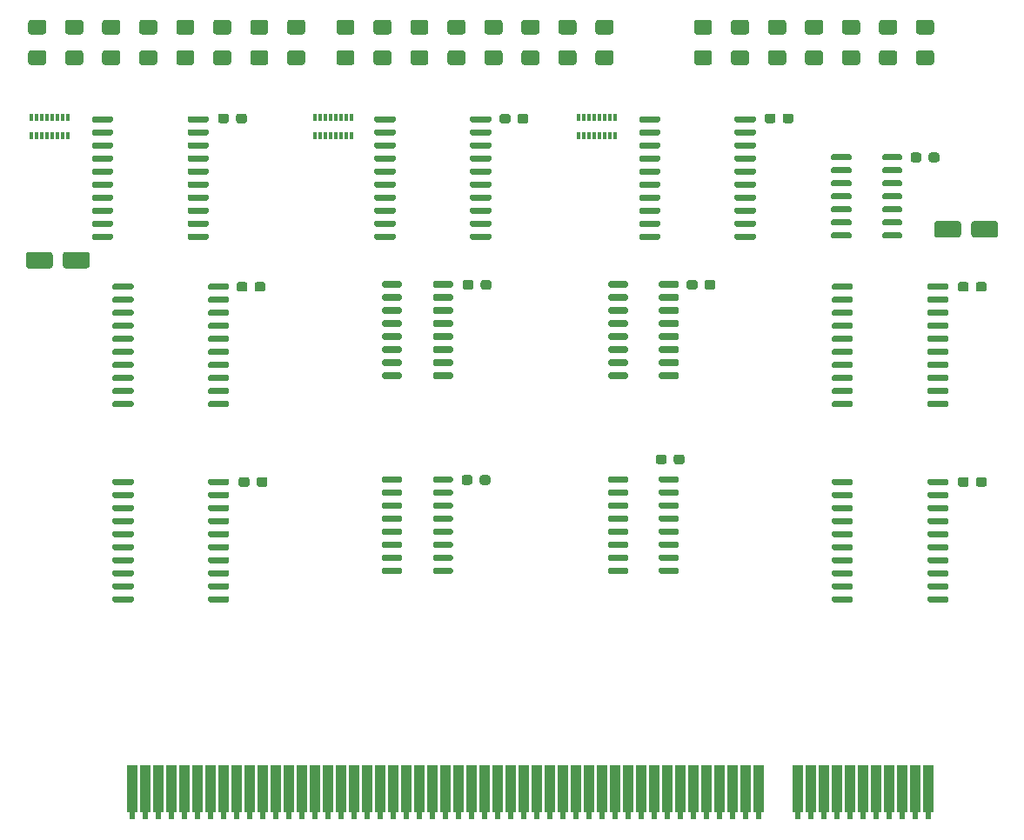
<source format=gbr>
G04 #@! TF.GenerationSoftware,KiCad,Pcbnew,(5.1.8)-1*
G04 #@! TF.CreationDate,2021-01-24T11:35:45-08:00*
G04 #@! TF.ProjectId,AddressRegisterModule,41646472-6573-4735-9265-676973746572,1.0*
G04 #@! TF.SameCoordinates,Original*
G04 #@! TF.FileFunction,Soldermask,Top*
G04 #@! TF.FilePolarity,Negative*
%FSLAX46Y46*%
G04 Gerber Fmt 4.6, Leading zero omitted, Abs format (unit mm)*
G04 Created by KiCad (PCBNEW (5.1.8)-1) date 2021-01-24 11:35:45*
%MOMM*%
%LPD*%
G01*
G04 APERTURE LIST*
%ADD10R,1.020000X4.570000*%
%ADD11R,0.510000X0.760000*%
%ADD12R,0.300000X0.800000*%
G04 APERTURE END LIST*
G36*
G01*
X126325000Y-86935000D02*
X126325000Y-86635000D01*
G75*
G02*
X126475000Y-86485000I150000J0D01*
G01*
X128225000Y-86485000D01*
G75*
G02*
X128375000Y-86635000I0J-150000D01*
G01*
X128375000Y-86935000D01*
G75*
G02*
X128225000Y-87085000I-150000J0D01*
G01*
X126475000Y-87085000D01*
G75*
G02*
X126325000Y-86935000I0J150000D01*
G01*
G37*
G36*
G01*
X126325000Y-88205000D02*
X126325000Y-87905000D01*
G75*
G02*
X126475000Y-87755000I150000J0D01*
G01*
X128225000Y-87755000D01*
G75*
G02*
X128375000Y-87905000I0J-150000D01*
G01*
X128375000Y-88205000D01*
G75*
G02*
X128225000Y-88355000I-150000J0D01*
G01*
X126475000Y-88355000D01*
G75*
G02*
X126325000Y-88205000I0J150000D01*
G01*
G37*
G36*
G01*
X126325000Y-89475000D02*
X126325000Y-89175000D01*
G75*
G02*
X126475000Y-89025000I150000J0D01*
G01*
X128225000Y-89025000D01*
G75*
G02*
X128375000Y-89175000I0J-150000D01*
G01*
X128375000Y-89475000D01*
G75*
G02*
X128225000Y-89625000I-150000J0D01*
G01*
X126475000Y-89625000D01*
G75*
G02*
X126325000Y-89475000I0J150000D01*
G01*
G37*
G36*
G01*
X126325000Y-90745000D02*
X126325000Y-90445000D01*
G75*
G02*
X126475000Y-90295000I150000J0D01*
G01*
X128225000Y-90295000D01*
G75*
G02*
X128375000Y-90445000I0J-150000D01*
G01*
X128375000Y-90745000D01*
G75*
G02*
X128225000Y-90895000I-150000J0D01*
G01*
X126475000Y-90895000D01*
G75*
G02*
X126325000Y-90745000I0J150000D01*
G01*
G37*
G36*
G01*
X126325000Y-92015000D02*
X126325000Y-91715000D01*
G75*
G02*
X126475000Y-91565000I150000J0D01*
G01*
X128225000Y-91565000D01*
G75*
G02*
X128375000Y-91715000I0J-150000D01*
G01*
X128375000Y-92015000D01*
G75*
G02*
X128225000Y-92165000I-150000J0D01*
G01*
X126475000Y-92165000D01*
G75*
G02*
X126325000Y-92015000I0J150000D01*
G01*
G37*
G36*
G01*
X126325000Y-93285000D02*
X126325000Y-92985000D01*
G75*
G02*
X126475000Y-92835000I150000J0D01*
G01*
X128225000Y-92835000D01*
G75*
G02*
X128375000Y-92985000I0J-150000D01*
G01*
X128375000Y-93285000D01*
G75*
G02*
X128225000Y-93435000I-150000J0D01*
G01*
X126475000Y-93435000D01*
G75*
G02*
X126325000Y-93285000I0J150000D01*
G01*
G37*
G36*
G01*
X126325000Y-94555000D02*
X126325000Y-94255000D01*
G75*
G02*
X126475000Y-94105000I150000J0D01*
G01*
X128225000Y-94105000D01*
G75*
G02*
X128375000Y-94255000I0J-150000D01*
G01*
X128375000Y-94555000D01*
G75*
G02*
X128225000Y-94705000I-150000J0D01*
G01*
X126475000Y-94705000D01*
G75*
G02*
X126325000Y-94555000I0J150000D01*
G01*
G37*
G36*
G01*
X126325000Y-95825000D02*
X126325000Y-95525000D01*
G75*
G02*
X126475000Y-95375000I150000J0D01*
G01*
X128225000Y-95375000D01*
G75*
G02*
X128375000Y-95525000I0J-150000D01*
G01*
X128375000Y-95825000D01*
G75*
G02*
X128225000Y-95975000I-150000J0D01*
G01*
X126475000Y-95975000D01*
G75*
G02*
X126325000Y-95825000I0J150000D01*
G01*
G37*
G36*
G01*
X126325000Y-97095000D02*
X126325000Y-96795000D01*
G75*
G02*
X126475000Y-96645000I150000J0D01*
G01*
X128225000Y-96645000D01*
G75*
G02*
X128375000Y-96795000I0J-150000D01*
G01*
X128375000Y-97095000D01*
G75*
G02*
X128225000Y-97245000I-150000J0D01*
G01*
X126475000Y-97245000D01*
G75*
G02*
X126325000Y-97095000I0J150000D01*
G01*
G37*
G36*
G01*
X126325000Y-98365000D02*
X126325000Y-98065000D01*
G75*
G02*
X126475000Y-97915000I150000J0D01*
G01*
X128225000Y-97915000D01*
G75*
G02*
X128375000Y-98065000I0J-150000D01*
G01*
X128375000Y-98365000D01*
G75*
G02*
X128225000Y-98515000I-150000J0D01*
G01*
X126475000Y-98515000D01*
G75*
G02*
X126325000Y-98365000I0J150000D01*
G01*
G37*
G36*
G01*
X135625000Y-98365000D02*
X135625000Y-98065000D01*
G75*
G02*
X135775000Y-97915000I150000J0D01*
G01*
X137525000Y-97915000D01*
G75*
G02*
X137675000Y-98065000I0J-150000D01*
G01*
X137675000Y-98365000D01*
G75*
G02*
X137525000Y-98515000I-150000J0D01*
G01*
X135775000Y-98515000D01*
G75*
G02*
X135625000Y-98365000I0J150000D01*
G01*
G37*
G36*
G01*
X135625000Y-97095000D02*
X135625000Y-96795000D01*
G75*
G02*
X135775000Y-96645000I150000J0D01*
G01*
X137525000Y-96645000D01*
G75*
G02*
X137675000Y-96795000I0J-150000D01*
G01*
X137675000Y-97095000D01*
G75*
G02*
X137525000Y-97245000I-150000J0D01*
G01*
X135775000Y-97245000D01*
G75*
G02*
X135625000Y-97095000I0J150000D01*
G01*
G37*
G36*
G01*
X135625000Y-95825000D02*
X135625000Y-95525000D01*
G75*
G02*
X135775000Y-95375000I150000J0D01*
G01*
X137525000Y-95375000D01*
G75*
G02*
X137675000Y-95525000I0J-150000D01*
G01*
X137675000Y-95825000D01*
G75*
G02*
X137525000Y-95975000I-150000J0D01*
G01*
X135775000Y-95975000D01*
G75*
G02*
X135625000Y-95825000I0J150000D01*
G01*
G37*
G36*
G01*
X135625000Y-94555000D02*
X135625000Y-94255000D01*
G75*
G02*
X135775000Y-94105000I150000J0D01*
G01*
X137525000Y-94105000D01*
G75*
G02*
X137675000Y-94255000I0J-150000D01*
G01*
X137675000Y-94555000D01*
G75*
G02*
X137525000Y-94705000I-150000J0D01*
G01*
X135775000Y-94705000D01*
G75*
G02*
X135625000Y-94555000I0J150000D01*
G01*
G37*
G36*
G01*
X135625000Y-93285000D02*
X135625000Y-92985000D01*
G75*
G02*
X135775000Y-92835000I150000J0D01*
G01*
X137525000Y-92835000D01*
G75*
G02*
X137675000Y-92985000I0J-150000D01*
G01*
X137675000Y-93285000D01*
G75*
G02*
X137525000Y-93435000I-150000J0D01*
G01*
X135775000Y-93435000D01*
G75*
G02*
X135625000Y-93285000I0J150000D01*
G01*
G37*
G36*
G01*
X135625000Y-92015000D02*
X135625000Y-91715000D01*
G75*
G02*
X135775000Y-91565000I150000J0D01*
G01*
X137525000Y-91565000D01*
G75*
G02*
X137675000Y-91715000I0J-150000D01*
G01*
X137675000Y-92015000D01*
G75*
G02*
X137525000Y-92165000I-150000J0D01*
G01*
X135775000Y-92165000D01*
G75*
G02*
X135625000Y-92015000I0J150000D01*
G01*
G37*
G36*
G01*
X135625000Y-90745000D02*
X135625000Y-90445000D01*
G75*
G02*
X135775000Y-90295000I150000J0D01*
G01*
X137525000Y-90295000D01*
G75*
G02*
X137675000Y-90445000I0J-150000D01*
G01*
X137675000Y-90745000D01*
G75*
G02*
X137525000Y-90895000I-150000J0D01*
G01*
X135775000Y-90895000D01*
G75*
G02*
X135625000Y-90745000I0J150000D01*
G01*
G37*
G36*
G01*
X135625000Y-89475000D02*
X135625000Y-89175000D01*
G75*
G02*
X135775000Y-89025000I150000J0D01*
G01*
X137525000Y-89025000D01*
G75*
G02*
X137675000Y-89175000I0J-150000D01*
G01*
X137675000Y-89475000D01*
G75*
G02*
X137525000Y-89625000I-150000J0D01*
G01*
X135775000Y-89625000D01*
G75*
G02*
X135625000Y-89475000I0J150000D01*
G01*
G37*
G36*
G01*
X135625000Y-88205000D02*
X135625000Y-87905000D01*
G75*
G02*
X135775000Y-87755000I150000J0D01*
G01*
X137525000Y-87755000D01*
G75*
G02*
X137675000Y-87905000I0J-150000D01*
G01*
X137675000Y-88205000D01*
G75*
G02*
X137525000Y-88355000I-150000J0D01*
G01*
X135775000Y-88355000D01*
G75*
G02*
X135625000Y-88205000I0J150000D01*
G01*
G37*
G36*
G01*
X135625000Y-86935000D02*
X135625000Y-86635000D01*
G75*
G02*
X135775000Y-86485000I150000J0D01*
G01*
X137525000Y-86485000D01*
G75*
G02*
X137675000Y-86635000I0J-150000D01*
G01*
X137675000Y-86935000D01*
G75*
G02*
X137525000Y-87085000I-150000J0D01*
G01*
X135775000Y-87085000D01*
G75*
G02*
X135625000Y-86935000I0J150000D01*
G01*
G37*
G36*
G01*
X205625000Y-67935000D02*
X205625000Y-67635000D01*
G75*
G02*
X205775000Y-67485000I150000J0D01*
G01*
X207525000Y-67485000D01*
G75*
G02*
X207675000Y-67635000I0J-150000D01*
G01*
X207675000Y-67935000D01*
G75*
G02*
X207525000Y-68085000I-150000J0D01*
G01*
X205775000Y-68085000D01*
G75*
G02*
X205625000Y-67935000I0J150000D01*
G01*
G37*
G36*
G01*
X205625000Y-69205000D02*
X205625000Y-68905000D01*
G75*
G02*
X205775000Y-68755000I150000J0D01*
G01*
X207525000Y-68755000D01*
G75*
G02*
X207675000Y-68905000I0J-150000D01*
G01*
X207675000Y-69205000D01*
G75*
G02*
X207525000Y-69355000I-150000J0D01*
G01*
X205775000Y-69355000D01*
G75*
G02*
X205625000Y-69205000I0J150000D01*
G01*
G37*
G36*
G01*
X205625000Y-70475000D02*
X205625000Y-70175000D01*
G75*
G02*
X205775000Y-70025000I150000J0D01*
G01*
X207525000Y-70025000D01*
G75*
G02*
X207675000Y-70175000I0J-150000D01*
G01*
X207675000Y-70475000D01*
G75*
G02*
X207525000Y-70625000I-150000J0D01*
G01*
X205775000Y-70625000D01*
G75*
G02*
X205625000Y-70475000I0J150000D01*
G01*
G37*
G36*
G01*
X205625000Y-71745000D02*
X205625000Y-71445000D01*
G75*
G02*
X205775000Y-71295000I150000J0D01*
G01*
X207525000Y-71295000D01*
G75*
G02*
X207675000Y-71445000I0J-150000D01*
G01*
X207675000Y-71745000D01*
G75*
G02*
X207525000Y-71895000I-150000J0D01*
G01*
X205775000Y-71895000D01*
G75*
G02*
X205625000Y-71745000I0J150000D01*
G01*
G37*
G36*
G01*
X205625000Y-73015000D02*
X205625000Y-72715000D01*
G75*
G02*
X205775000Y-72565000I150000J0D01*
G01*
X207525000Y-72565000D01*
G75*
G02*
X207675000Y-72715000I0J-150000D01*
G01*
X207675000Y-73015000D01*
G75*
G02*
X207525000Y-73165000I-150000J0D01*
G01*
X205775000Y-73165000D01*
G75*
G02*
X205625000Y-73015000I0J150000D01*
G01*
G37*
G36*
G01*
X205625000Y-74285000D02*
X205625000Y-73985000D01*
G75*
G02*
X205775000Y-73835000I150000J0D01*
G01*
X207525000Y-73835000D01*
G75*
G02*
X207675000Y-73985000I0J-150000D01*
G01*
X207675000Y-74285000D01*
G75*
G02*
X207525000Y-74435000I-150000J0D01*
G01*
X205775000Y-74435000D01*
G75*
G02*
X205625000Y-74285000I0J150000D01*
G01*
G37*
G36*
G01*
X205625000Y-75555000D02*
X205625000Y-75255000D01*
G75*
G02*
X205775000Y-75105000I150000J0D01*
G01*
X207525000Y-75105000D01*
G75*
G02*
X207675000Y-75255000I0J-150000D01*
G01*
X207675000Y-75555000D01*
G75*
G02*
X207525000Y-75705000I-150000J0D01*
G01*
X205775000Y-75705000D01*
G75*
G02*
X205625000Y-75555000I0J150000D01*
G01*
G37*
G36*
G01*
X205625000Y-76825000D02*
X205625000Y-76525000D01*
G75*
G02*
X205775000Y-76375000I150000J0D01*
G01*
X207525000Y-76375000D01*
G75*
G02*
X207675000Y-76525000I0J-150000D01*
G01*
X207675000Y-76825000D01*
G75*
G02*
X207525000Y-76975000I-150000J0D01*
G01*
X205775000Y-76975000D01*
G75*
G02*
X205625000Y-76825000I0J150000D01*
G01*
G37*
G36*
G01*
X205625000Y-78095000D02*
X205625000Y-77795000D01*
G75*
G02*
X205775000Y-77645000I150000J0D01*
G01*
X207525000Y-77645000D01*
G75*
G02*
X207675000Y-77795000I0J-150000D01*
G01*
X207675000Y-78095000D01*
G75*
G02*
X207525000Y-78245000I-150000J0D01*
G01*
X205775000Y-78245000D01*
G75*
G02*
X205625000Y-78095000I0J150000D01*
G01*
G37*
G36*
G01*
X205625000Y-79365000D02*
X205625000Y-79065000D01*
G75*
G02*
X205775000Y-78915000I150000J0D01*
G01*
X207525000Y-78915000D01*
G75*
G02*
X207675000Y-79065000I0J-150000D01*
G01*
X207675000Y-79365000D01*
G75*
G02*
X207525000Y-79515000I-150000J0D01*
G01*
X205775000Y-79515000D01*
G75*
G02*
X205625000Y-79365000I0J150000D01*
G01*
G37*
G36*
G01*
X196325000Y-79365000D02*
X196325000Y-79065000D01*
G75*
G02*
X196475000Y-78915000I150000J0D01*
G01*
X198225000Y-78915000D01*
G75*
G02*
X198375000Y-79065000I0J-150000D01*
G01*
X198375000Y-79365000D01*
G75*
G02*
X198225000Y-79515000I-150000J0D01*
G01*
X196475000Y-79515000D01*
G75*
G02*
X196325000Y-79365000I0J150000D01*
G01*
G37*
G36*
G01*
X196325000Y-78095000D02*
X196325000Y-77795000D01*
G75*
G02*
X196475000Y-77645000I150000J0D01*
G01*
X198225000Y-77645000D01*
G75*
G02*
X198375000Y-77795000I0J-150000D01*
G01*
X198375000Y-78095000D01*
G75*
G02*
X198225000Y-78245000I-150000J0D01*
G01*
X196475000Y-78245000D01*
G75*
G02*
X196325000Y-78095000I0J150000D01*
G01*
G37*
G36*
G01*
X196325000Y-76825000D02*
X196325000Y-76525000D01*
G75*
G02*
X196475000Y-76375000I150000J0D01*
G01*
X198225000Y-76375000D01*
G75*
G02*
X198375000Y-76525000I0J-150000D01*
G01*
X198375000Y-76825000D01*
G75*
G02*
X198225000Y-76975000I-150000J0D01*
G01*
X196475000Y-76975000D01*
G75*
G02*
X196325000Y-76825000I0J150000D01*
G01*
G37*
G36*
G01*
X196325000Y-75555000D02*
X196325000Y-75255000D01*
G75*
G02*
X196475000Y-75105000I150000J0D01*
G01*
X198225000Y-75105000D01*
G75*
G02*
X198375000Y-75255000I0J-150000D01*
G01*
X198375000Y-75555000D01*
G75*
G02*
X198225000Y-75705000I-150000J0D01*
G01*
X196475000Y-75705000D01*
G75*
G02*
X196325000Y-75555000I0J150000D01*
G01*
G37*
G36*
G01*
X196325000Y-74285000D02*
X196325000Y-73985000D01*
G75*
G02*
X196475000Y-73835000I150000J0D01*
G01*
X198225000Y-73835000D01*
G75*
G02*
X198375000Y-73985000I0J-150000D01*
G01*
X198375000Y-74285000D01*
G75*
G02*
X198225000Y-74435000I-150000J0D01*
G01*
X196475000Y-74435000D01*
G75*
G02*
X196325000Y-74285000I0J150000D01*
G01*
G37*
G36*
G01*
X196325000Y-73015000D02*
X196325000Y-72715000D01*
G75*
G02*
X196475000Y-72565000I150000J0D01*
G01*
X198225000Y-72565000D01*
G75*
G02*
X198375000Y-72715000I0J-150000D01*
G01*
X198375000Y-73015000D01*
G75*
G02*
X198225000Y-73165000I-150000J0D01*
G01*
X196475000Y-73165000D01*
G75*
G02*
X196325000Y-73015000I0J150000D01*
G01*
G37*
G36*
G01*
X196325000Y-71745000D02*
X196325000Y-71445000D01*
G75*
G02*
X196475000Y-71295000I150000J0D01*
G01*
X198225000Y-71295000D01*
G75*
G02*
X198375000Y-71445000I0J-150000D01*
G01*
X198375000Y-71745000D01*
G75*
G02*
X198225000Y-71895000I-150000J0D01*
G01*
X196475000Y-71895000D01*
G75*
G02*
X196325000Y-71745000I0J150000D01*
G01*
G37*
G36*
G01*
X196325000Y-70475000D02*
X196325000Y-70175000D01*
G75*
G02*
X196475000Y-70025000I150000J0D01*
G01*
X198225000Y-70025000D01*
G75*
G02*
X198375000Y-70175000I0J-150000D01*
G01*
X198375000Y-70475000D01*
G75*
G02*
X198225000Y-70625000I-150000J0D01*
G01*
X196475000Y-70625000D01*
G75*
G02*
X196325000Y-70475000I0J150000D01*
G01*
G37*
G36*
G01*
X196325000Y-69205000D02*
X196325000Y-68905000D01*
G75*
G02*
X196475000Y-68755000I150000J0D01*
G01*
X198225000Y-68755000D01*
G75*
G02*
X198375000Y-68905000I0J-150000D01*
G01*
X198375000Y-69205000D01*
G75*
G02*
X198225000Y-69355000I-150000J0D01*
G01*
X196475000Y-69355000D01*
G75*
G02*
X196325000Y-69205000I0J150000D01*
G01*
G37*
G36*
G01*
X196325000Y-67935000D02*
X196325000Y-67635000D01*
G75*
G02*
X196475000Y-67485000I150000J0D01*
G01*
X198225000Y-67485000D01*
G75*
G02*
X198375000Y-67635000I0J-150000D01*
G01*
X198375000Y-67935000D01*
G75*
G02*
X198225000Y-68085000I-150000J0D01*
G01*
X196475000Y-68085000D01*
G75*
G02*
X196325000Y-67935000I0J150000D01*
G01*
G37*
G36*
G01*
X152550000Y-67705000D02*
X152550000Y-67405000D01*
G75*
G02*
X152700000Y-67255000I150000J0D01*
G01*
X154350000Y-67255000D01*
G75*
G02*
X154500000Y-67405000I0J-150000D01*
G01*
X154500000Y-67705000D01*
G75*
G02*
X154350000Y-67855000I-150000J0D01*
G01*
X152700000Y-67855000D01*
G75*
G02*
X152550000Y-67705000I0J150000D01*
G01*
G37*
G36*
G01*
X152550000Y-68975000D02*
X152550000Y-68675000D01*
G75*
G02*
X152700000Y-68525000I150000J0D01*
G01*
X154350000Y-68525000D01*
G75*
G02*
X154500000Y-68675000I0J-150000D01*
G01*
X154500000Y-68975000D01*
G75*
G02*
X154350000Y-69125000I-150000J0D01*
G01*
X152700000Y-69125000D01*
G75*
G02*
X152550000Y-68975000I0J150000D01*
G01*
G37*
G36*
G01*
X152550000Y-70245000D02*
X152550000Y-69945000D01*
G75*
G02*
X152700000Y-69795000I150000J0D01*
G01*
X154350000Y-69795000D01*
G75*
G02*
X154500000Y-69945000I0J-150000D01*
G01*
X154500000Y-70245000D01*
G75*
G02*
X154350000Y-70395000I-150000J0D01*
G01*
X152700000Y-70395000D01*
G75*
G02*
X152550000Y-70245000I0J150000D01*
G01*
G37*
G36*
G01*
X152550000Y-71515000D02*
X152550000Y-71215000D01*
G75*
G02*
X152700000Y-71065000I150000J0D01*
G01*
X154350000Y-71065000D01*
G75*
G02*
X154500000Y-71215000I0J-150000D01*
G01*
X154500000Y-71515000D01*
G75*
G02*
X154350000Y-71665000I-150000J0D01*
G01*
X152700000Y-71665000D01*
G75*
G02*
X152550000Y-71515000I0J150000D01*
G01*
G37*
G36*
G01*
X152550000Y-72785000D02*
X152550000Y-72485000D01*
G75*
G02*
X152700000Y-72335000I150000J0D01*
G01*
X154350000Y-72335000D01*
G75*
G02*
X154500000Y-72485000I0J-150000D01*
G01*
X154500000Y-72785000D01*
G75*
G02*
X154350000Y-72935000I-150000J0D01*
G01*
X152700000Y-72935000D01*
G75*
G02*
X152550000Y-72785000I0J150000D01*
G01*
G37*
G36*
G01*
X152550000Y-74055000D02*
X152550000Y-73755000D01*
G75*
G02*
X152700000Y-73605000I150000J0D01*
G01*
X154350000Y-73605000D01*
G75*
G02*
X154500000Y-73755000I0J-150000D01*
G01*
X154500000Y-74055000D01*
G75*
G02*
X154350000Y-74205000I-150000J0D01*
G01*
X152700000Y-74205000D01*
G75*
G02*
X152550000Y-74055000I0J150000D01*
G01*
G37*
G36*
G01*
X152550000Y-75325000D02*
X152550000Y-75025000D01*
G75*
G02*
X152700000Y-74875000I150000J0D01*
G01*
X154350000Y-74875000D01*
G75*
G02*
X154500000Y-75025000I0J-150000D01*
G01*
X154500000Y-75325000D01*
G75*
G02*
X154350000Y-75475000I-150000J0D01*
G01*
X152700000Y-75475000D01*
G75*
G02*
X152550000Y-75325000I0J150000D01*
G01*
G37*
G36*
G01*
X152550000Y-76595000D02*
X152550000Y-76295000D01*
G75*
G02*
X152700000Y-76145000I150000J0D01*
G01*
X154350000Y-76145000D01*
G75*
G02*
X154500000Y-76295000I0J-150000D01*
G01*
X154500000Y-76595000D01*
G75*
G02*
X154350000Y-76745000I-150000J0D01*
G01*
X152700000Y-76745000D01*
G75*
G02*
X152550000Y-76595000I0J150000D01*
G01*
G37*
G36*
G01*
X157500000Y-76595000D02*
X157500000Y-76295000D01*
G75*
G02*
X157650000Y-76145000I150000J0D01*
G01*
X159300000Y-76145000D01*
G75*
G02*
X159450000Y-76295000I0J-150000D01*
G01*
X159450000Y-76595000D01*
G75*
G02*
X159300000Y-76745000I-150000J0D01*
G01*
X157650000Y-76745000D01*
G75*
G02*
X157500000Y-76595000I0J150000D01*
G01*
G37*
G36*
G01*
X157500000Y-75325000D02*
X157500000Y-75025000D01*
G75*
G02*
X157650000Y-74875000I150000J0D01*
G01*
X159300000Y-74875000D01*
G75*
G02*
X159450000Y-75025000I0J-150000D01*
G01*
X159450000Y-75325000D01*
G75*
G02*
X159300000Y-75475000I-150000J0D01*
G01*
X157650000Y-75475000D01*
G75*
G02*
X157500000Y-75325000I0J150000D01*
G01*
G37*
G36*
G01*
X157500000Y-74055000D02*
X157500000Y-73755000D01*
G75*
G02*
X157650000Y-73605000I150000J0D01*
G01*
X159300000Y-73605000D01*
G75*
G02*
X159450000Y-73755000I0J-150000D01*
G01*
X159450000Y-74055000D01*
G75*
G02*
X159300000Y-74205000I-150000J0D01*
G01*
X157650000Y-74205000D01*
G75*
G02*
X157500000Y-74055000I0J150000D01*
G01*
G37*
G36*
G01*
X157500000Y-72785000D02*
X157500000Y-72485000D01*
G75*
G02*
X157650000Y-72335000I150000J0D01*
G01*
X159300000Y-72335000D01*
G75*
G02*
X159450000Y-72485000I0J-150000D01*
G01*
X159450000Y-72785000D01*
G75*
G02*
X159300000Y-72935000I-150000J0D01*
G01*
X157650000Y-72935000D01*
G75*
G02*
X157500000Y-72785000I0J150000D01*
G01*
G37*
G36*
G01*
X157500000Y-71515000D02*
X157500000Y-71215000D01*
G75*
G02*
X157650000Y-71065000I150000J0D01*
G01*
X159300000Y-71065000D01*
G75*
G02*
X159450000Y-71215000I0J-150000D01*
G01*
X159450000Y-71515000D01*
G75*
G02*
X159300000Y-71665000I-150000J0D01*
G01*
X157650000Y-71665000D01*
G75*
G02*
X157500000Y-71515000I0J150000D01*
G01*
G37*
G36*
G01*
X157500000Y-70245000D02*
X157500000Y-69945000D01*
G75*
G02*
X157650000Y-69795000I150000J0D01*
G01*
X159300000Y-69795000D01*
G75*
G02*
X159450000Y-69945000I0J-150000D01*
G01*
X159450000Y-70245000D01*
G75*
G02*
X159300000Y-70395000I-150000J0D01*
G01*
X157650000Y-70395000D01*
G75*
G02*
X157500000Y-70245000I0J150000D01*
G01*
G37*
G36*
G01*
X157500000Y-68975000D02*
X157500000Y-68675000D01*
G75*
G02*
X157650000Y-68525000I150000J0D01*
G01*
X159300000Y-68525000D01*
G75*
G02*
X159450000Y-68675000I0J-150000D01*
G01*
X159450000Y-68975000D01*
G75*
G02*
X159300000Y-69125000I-150000J0D01*
G01*
X157650000Y-69125000D01*
G75*
G02*
X157500000Y-68975000I0J150000D01*
G01*
G37*
G36*
G01*
X157500000Y-67705000D02*
X157500000Y-67405000D01*
G75*
G02*
X157650000Y-67255000I150000J0D01*
G01*
X159300000Y-67255000D01*
G75*
G02*
X159450000Y-67405000I0J-150000D01*
G01*
X159450000Y-67705000D01*
G75*
G02*
X159300000Y-67855000I-150000J0D01*
G01*
X157650000Y-67855000D01*
G75*
G02*
X157500000Y-67705000I0J150000D01*
G01*
G37*
G36*
G01*
X129175000Y-41800000D02*
X130425000Y-41800000D01*
G75*
G02*
X130675000Y-42050000I0J-250000D01*
G01*
X130675000Y-42975000D01*
G75*
G02*
X130425000Y-43225000I-250000J0D01*
G01*
X129175000Y-43225000D01*
G75*
G02*
X128925000Y-42975000I0J250000D01*
G01*
X128925000Y-42050000D01*
G75*
G02*
X129175000Y-41800000I250000J0D01*
G01*
G37*
G36*
G01*
X129175000Y-44775000D02*
X130425000Y-44775000D01*
G75*
G02*
X130675000Y-45025000I0J-250000D01*
G01*
X130675000Y-45950000D01*
G75*
G02*
X130425000Y-46200000I-250000J0D01*
G01*
X129175000Y-46200000D01*
G75*
G02*
X128925000Y-45950000I0J250000D01*
G01*
X128925000Y-45025000D01*
G75*
G02*
X129175000Y-44775000I250000J0D01*
G01*
G37*
G36*
G01*
X182000000Y-84362500D02*
X182000000Y-84837500D01*
G75*
G02*
X181762500Y-85075000I-237500J0D01*
G01*
X181187500Y-85075000D01*
G75*
G02*
X180950000Y-84837500I0J237500D01*
G01*
X180950000Y-84362500D01*
G75*
G02*
X181187500Y-84125000I237500J0D01*
G01*
X181762500Y-84125000D01*
G75*
G02*
X182000000Y-84362500I0J-237500D01*
G01*
G37*
G36*
G01*
X180250000Y-84362500D02*
X180250000Y-84837500D01*
G75*
G02*
X180012500Y-85075000I-237500J0D01*
G01*
X179437500Y-85075000D01*
G75*
G02*
X179200000Y-84837500I0J237500D01*
G01*
X179200000Y-84362500D01*
G75*
G02*
X179437500Y-84125000I237500J0D01*
G01*
X180012500Y-84125000D01*
G75*
G02*
X180250000Y-84362500I0J-237500D01*
G01*
G37*
G36*
G01*
X183250000Y-67362500D02*
X183250000Y-67837500D01*
G75*
G02*
X183012500Y-68075000I-237500J0D01*
G01*
X182437500Y-68075000D01*
G75*
G02*
X182200000Y-67837500I0J237500D01*
G01*
X182200000Y-67362500D01*
G75*
G02*
X182437500Y-67125000I237500J0D01*
G01*
X183012500Y-67125000D01*
G75*
G02*
X183250000Y-67362500I0J-237500D01*
G01*
G37*
G36*
G01*
X185000000Y-67362500D02*
X185000000Y-67837500D01*
G75*
G02*
X184762500Y-68075000I-237500J0D01*
G01*
X184187500Y-68075000D01*
G75*
G02*
X183950000Y-67837500I0J237500D01*
G01*
X183950000Y-67362500D01*
G75*
G02*
X184187500Y-67125000I237500J0D01*
G01*
X184762500Y-67125000D01*
G75*
G02*
X185000000Y-67362500I0J-237500D01*
G01*
G37*
G36*
G01*
X163100000Y-86362500D02*
X163100000Y-86837500D01*
G75*
G02*
X162862500Y-87075000I-237500J0D01*
G01*
X162287500Y-87075000D01*
G75*
G02*
X162050000Y-86837500I0J237500D01*
G01*
X162050000Y-86362500D01*
G75*
G02*
X162287500Y-86125000I237500J0D01*
G01*
X162862500Y-86125000D01*
G75*
G02*
X163100000Y-86362500I0J-237500D01*
G01*
G37*
G36*
G01*
X161350000Y-86362500D02*
X161350000Y-86837500D01*
G75*
G02*
X161112500Y-87075000I-237500J0D01*
G01*
X160537500Y-87075000D01*
G75*
G02*
X160300000Y-86837500I0J237500D01*
G01*
X160300000Y-86362500D01*
G75*
G02*
X160537500Y-86125000I237500J0D01*
G01*
X161112500Y-86125000D01*
G75*
G02*
X161350000Y-86362500I0J-237500D01*
G01*
G37*
G36*
G01*
X161450000Y-67362500D02*
X161450000Y-67837500D01*
G75*
G02*
X161212500Y-68075000I-237500J0D01*
G01*
X160637500Y-68075000D01*
G75*
G02*
X160400000Y-67837500I0J237500D01*
G01*
X160400000Y-67362500D01*
G75*
G02*
X160637500Y-67125000I237500J0D01*
G01*
X161212500Y-67125000D01*
G75*
G02*
X161450000Y-67362500I0J-237500D01*
G01*
G37*
G36*
G01*
X163200000Y-67362500D02*
X163200000Y-67837500D01*
G75*
G02*
X162962500Y-68075000I-237500J0D01*
G01*
X162387500Y-68075000D01*
G75*
G02*
X162150000Y-67837500I0J237500D01*
G01*
X162150000Y-67362500D01*
G75*
G02*
X162387500Y-67125000I237500J0D01*
G01*
X162962500Y-67125000D01*
G75*
G02*
X163200000Y-67362500I0J-237500D01*
G01*
G37*
G36*
G01*
X211400000Y-67562500D02*
X211400000Y-68037500D01*
G75*
G02*
X211162500Y-68275000I-237500J0D01*
G01*
X210587500Y-68275000D01*
G75*
G02*
X210350000Y-68037500I0J237500D01*
G01*
X210350000Y-67562500D01*
G75*
G02*
X210587500Y-67325000I237500J0D01*
G01*
X211162500Y-67325000D01*
G75*
G02*
X211400000Y-67562500I0J-237500D01*
G01*
G37*
G36*
G01*
X209650000Y-67562500D02*
X209650000Y-68037500D01*
G75*
G02*
X209412500Y-68275000I-237500J0D01*
G01*
X208837500Y-68275000D01*
G75*
G02*
X208600000Y-68037500I0J237500D01*
G01*
X208600000Y-67562500D01*
G75*
G02*
X208837500Y-67325000I237500J0D01*
G01*
X209412500Y-67325000D01*
G75*
G02*
X209650000Y-67562500I0J-237500D01*
G01*
G37*
G36*
G01*
X211400000Y-86562500D02*
X211400000Y-87037500D01*
G75*
G02*
X211162500Y-87275000I-237500J0D01*
G01*
X210587500Y-87275000D01*
G75*
G02*
X210350000Y-87037500I0J237500D01*
G01*
X210350000Y-86562500D01*
G75*
G02*
X210587500Y-86325000I237500J0D01*
G01*
X211162500Y-86325000D01*
G75*
G02*
X211400000Y-86562500I0J-237500D01*
G01*
G37*
G36*
G01*
X209650000Y-86562500D02*
X209650000Y-87037500D01*
G75*
G02*
X209412500Y-87275000I-237500J0D01*
G01*
X208837500Y-87275000D01*
G75*
G02*
X208600000Y-87037500I0J237500D01*
G01*
X208600000Y-86562500D01*
G75*
G02*
X208837500Y-86325000I237500J0D01*
G01*
X209412500Y-86325000D01*
G75*
G02*
X209650000Y-86562500I0J-237500D01*
G01*
G37*
G36*
G01*
X139650000Y-86562500D02*
X139650000Y-87037500D01*
G75*
G02*
X139412500Y-87275000I-237500J0D01*
G01*
X138837500Y-87275000D01*
G75*
G02*
X138600000Y-87037500I0J237500D01*
G01*
X138600000Y-86562500D01*
G75*
G02*
X138837500Y-86325000I237500J0D01*
G01*
X139412500Y-86325000D01*
G75*
G02*
X139650000Y-86562500I0J-237500D01*
G01*
G37*
G36*
G01*
X141400000Y-86562500D02*
X141400000Y-87037500D01*
G75*
G02*
X141162500Y-87275000I-237500J0D01*
G01*
X140587500Y-87275000D01*
G75*
G02*
X140350000Y-87037500I0J237500D01*
G01*
X140350000Y-86562500D01*
G75*
G02*
X140587500Y-86325000I237500J0D01*
G01*
X141162500Y-86325000D01*
G75*
G02*
X141400000Y-86562500I0J-237500D01*
G01*
G37*
G36*
G01*
X141200000Y-67562500D02*
X141200000Y-68037500D01*
G75*
G02*
X140962500Y-68275000I-237500J0D01*
G01*
X140387500Y-68275000D01*
G75*
G02*
X140150000Y-68037500I0J237500D01*
G01*
X140150000Y-67562500D01*
G75*
G02*
X140387500Y-67325000I237500J0D01*
G01*
X140962500Y-67325000D01*
G75*
G02*
X141200000Y-67562500I0J-237500D01*
G01*
G37*
G36*
G01*
X139450000Y-67562500D02*
X139450000Y-68037500D01*
G75*
G02*
X139212500Y-68275000I-237500J0D01*
G01*
X138637500Y-68275000D01*
G75*
G02*
X138400000Y-68037500I0J237500D01*
G01*
X138400000Y-67562500D01*
G75*
G02*
X138637500Y-67325000I237500J0D01*
G01*
X139212500Y-67325000D01*
G75*
G02*
X139450000Y-67562500I0J-237500D01*
G01*
G37*
G36*
G01*
X165050000Y-51187500D02*
X165050000Y-51662500D01*
G75*
G02*
X164812500Y-51900000I-237500J0D01*
G01*
X164237500Y-51900000D01*
G75*
G02*
X164000000Y-51662500I0J237500D01*
G01*
X164000000Y-51187500D01*
G75*
G02*
X164237500Y-50950000I237500J0D01*
G01*
X164812500Y-50950000D01*
G75*
G02*
X165050000Y-51187500I0J-237500D01*
G01*
G37*
G36*
G01*
X166800000Y-51187500D02*
X166800000Y-51662500D01*
G75*
G02*
X166562500Y-51900000I-237500J0D01*
G01*
X165987500Y-51900000D01*
G75*
G02*
X165750000Y-51662500I0J237500D01*
G01*
X165750000Y-51187500D01*
G75*
G02*
X165987500Y-50950000I237500J0D01*
G01*
X166562500Y-50950000D01*
G75*
G02*
X166800000Y-51187500I0J-237500D01*
G01*
G37*
G36*
G01*
X137650000Y-51162500D02*
X137650000Y-51637500D01*
G75*
G02*
X137412500Y-51875000I-237500J0D01*
G01*
X136837500Y-51875000D01*
G75*
G02*
X136600000Y-51637500I0J237500D01*
G01*
X136600000Y-51162500D01*
G75*
G02*
X136837500Y-50925000I237500J0D01*
G01*
X137412500Y-50925000D01*
G75*
G02*
X137650000Y-51162500I0J-237500D01*
G01*
G37*
G36*
G01*
X139400000Y-51162500D02*
X139400000Y-51637500D01*
G75*
G02*
X139162500Y-51875000I-237500J0D01*
G01*
X138587500Y-51875000D01*
G75*
G02*
X138350000Y-51637500I0J237500D01*
G01*
X138350000Y-51162500D01*
G75*
G02*
X138587500Y-50925000I237500J0D01*
G01*
X139162500Y-50925000D01*
G75*
G02*
X139400000Y-51162500I0J-237500D01*
G01*
G37*
G36*
G01*
X190850000Y-51162500D02*
X190850000Y-51637500D01*
G75*
G02*
X190612500Y-51875000I-237500J0D01*
G01*
X190037500Y-51875000D01*
G75*
G02*
X189800000Y-51637500I0J237500D01*
G01*
X189800000Y-51162500D01*
G75*
G02*
X190037500Y-50925000I237500J0D01*
G01*
X190612500Y-50925000D01*
G75*
G02*
X190850000Y-51162500I0J-237500D01*
G01*
G37*
G36*
G01*
X192600000Y-51162500D02*
X192600000Y-51637500D01*
G75*
G02*
X192362500Y-51875000I-237500J0D01*
G01*
X191787500Y-51875000D01*
G75*
G02*
X191550000Y-51637500I0J237500D01*
G01*
X191550000Y-51162500D01*
G75*
G02*
X191787500Y-50925000I237500J0D01*
G01*
X192362500Y-50925000D01*
G75*
G02*
X192600000Y-51162500I0J-237500D01*
G01*
G37*
G36*
G01*
X206800000Y-54962500D02*
X206800000Y-55437500D01*
G75*
G02*
X206562500Y-55675000I-237500J0D01*
G01*
X205987500Y-55675000D01*
G75*
G02*
X205750000Y-55437500I0J237500D01*
G01*
X205750000Y-54962500D01*
G75*
G02*
X205987500Y-54725000I237500J0D01*
G01*
X206562500Y-54725000D01*
G75*
G02*
X206800000Y-54962500I0J-237500D01*
G01*
G37*
G36*
G01*
X205050000Y-54962500D02*
X205050000Y-55437500D01*
G75*
G02*
X204812500Y-55675000I-237500J0D01*
G01*
X204237500Y-55675000D01*
G75*
G02*
X204000000Y-55437500I0J237500D01*
G01*
X204000000Y-54962500D01*
G75*
G02*
X204237500Y-54725000I237500J0D01*
G01*
X204812500Y-54725000D01*
G75*
G02*
X205050000Y-54962500I0J-237500D01*
G01*
G37*
G36*
G01*
X173575000Y-44775000D02*
X174825000Y-44775000D01*
G75*
G02*
X175075000Y-45025000I0J-250000D01*
G01*
X175075000Y-45950000D01*
G75*
G02*
X174825000Y-46200000I-250000J0D01*
G01*
X173575000Y-46200000D01*
G75*
G02*
X173325000Y-45950000I0J250000D01*
G01*
X173325000Y-45025000D01*
G75*
G02*
X173575000Y-44775000I250000J0D01*
G01*
G37*
G36*
G01*
X173575000Y-41800000D02*
X174825000Y-41800000D01*
G75*
G02*
X175075000Y-42050000I0J-250000D01*
G01*
X175075000Y-42975000D01*
G75*
G02*
X174825000Y-43225000I-250000J0D01*
G01*
X173575000Y-43225000D01*
G75*
G02*
X173325000Y-42975000I0J250000D01*
G01*
X173325000Y-42050000D01*
G75*
G02*
X173575000Y-41800000I250000J0D01*
G01*
G37*
G36*
G01*
X169975000Y-41800000D02*
X171225000Y-41800000D01*
G75*
G02*
X171475000Y-42050000I0J-250000D01*
G01*
X171475000Y-42975000D01*
G75*
G02*
X171225000Y-43225000I-250000J0D01*
G01*
X169975000Y-43225000D01*
G75*
G02*
X169725000Y-42975000I0J250000D01*
G01*
X169725000Y-42050000D01*
G75*
G02*
X169975000Y-41800000I250000J0D01*
G01*
G37*
G36*
G01*
X169975000Y-44775000D02*
X171225000Y-44775000D01*
G75*
G02*
X171475000Y-45025000I0J-250000D01*
G01*
X171475000Y-45950000D01*
G75*
G02*
X171225000Y-46200000I-250000J0D01*
G01*
X169975000Y-46200000D01*
G75*
G02*
X169725000Y-45950000I0J250000D01*
G01*
X169725000Y-45025000D01*
G75*
G02*
X169975000Y-44775000I250000J0D01*
G01*
G37*
G36*
G01*
X166375000Y-44775000D02*
X167625000Y-44775000D01*
G75*
G02*
X167875000Y-45025000I0J-250000D01*
G01*
X167875000Y-45950000D01*
G75*
G02*
X167625000Y-46200000I-250000J0D01*
G01*
X166375000Y-46200000D01*
G75*
G02*
X166125000Y-45950000I0J250000D01*
G01*
X166125000Y-45025000D01*
G75*
G02*
X166375000Y-44775000I250000J0D01*
G01*
G37*
G36*
G01*
X166375000Y-41800000D02*
X167625000Y-41800000D01*
G75*
G02*
X167875000Y-42050000I0J-250000D01*
G01*
X167875000Y-42975000D01*
G75*
G02*
X167625000Y-43225000I-250000J0D01*
G01*
X166375000Y-43225000D01*
G75*
G02*
X166125000Y-42975000I0J250000D01*
G01*
X166125000Y-42050000D01*
G75*
G02*
X166375000Y-41800000I250000J0D01*
G01*
G37*
G36*
G01*
X162775000Y-41800000D02*
X164025000Y-41800000D01*
G75*
G02*
X164275000Y-42050000I0J-250000D01*
G01*
X164275000Y-42975000D01*
G75*
G02*
X164025000Y-43225000I-250000J0D01*
G01*
X162775000Y-43225000D01*
G75*
G02*
X162525000Y-42975000I0J250000D01*
G01*
X162525000Y-42050000D01*
G75*
G02*
X162775000Y-41800000I250000J0D01*
G01*
G37*
G36*
G01*
X162775000Y-44775000D02*
X164025000Y-44775000D01*
G75*
G02*
X164275000Y-45025000I0J-250000D01*
G01*
X164275000Y-45950000D01*
G75*
G02*
X164025000Y-46200000I-250000J0D01*
G01*
X162775000Y-46200000D01*
G75*
G02*
X162525000Y-45950000I0J250000D01*
G01*
X162525000Y-45025000D01*
G75*
G02*
X162775000Y-44775000I250000J0D01*
G01*
G37*
G36*
G01*
X159175000Y-44775000D02*
X160425000Y-44775000D01*
G75*
G02*
X160675000Y-45025000I0J-250000D01*
G01*
X160675000Y-45950000D01*
G75*
G02*
X160425000Y-46200000I-250000J0D01*
G01*
X159175000Y-46200000D01*
G75*
G02*
X158925000Y-45950000I0J250000D01*
G01*
X158925000Y-45025000D01*
G75*
G02*
X159175000Y-44775000I250000J0D01*
G01*
G37*
G36*
G01*
X159175000Y-41800000D02*
X160425000Y-41800000D01*
G75*
G02*
X160675000Y-42050000I0J-250000D01*
G01*
X160675000Y-42975000D01*
G75*
G02*
X160425000Y-43225000I-250000J0D01*
G01*
X159175000Y-43225000D01*
G75*
G02*
X158925000Y-42975000I0J250000D01*
G01*
X158925000Y-42050000D01*
G75*
G02*
X159175000Y-41800000I250000J0D01*
G01*
G37*
G36*
G01*
X155575000Y-41800000D02*
X156825000Y-41800000D01*
G75*
G02*
X157075000Y-42050000I0J-250000D01*
G01*
X157075000Y-42975000D01*
G75*
G02*
X156825000Y-43225000I-250000J0D01*
G01*
X155575000Y-43225000D01*
G75*
G02*
X155325000Y-42975000I0J250000D01*
G01*
X155325000Y-42050000D01*
G75*
G02*
X155575000Y-41800000I250000J0D01*
G01*
G37*
G36*
G01*
X155575000Y-44775000D02*
X156825000Y-44775000D01*
G75*
G02*
X157075000Y-45025000I0J-250000D01*
G01*
X157075000Y-45950000D01*
G75*
G02*
X156825000Y-46200000I-250000J0D01*
G01*
X155575000Y-46200000D01*
G75*
G02*
X155325000Y-45950000I0J250000D01*
G01*
X155325000Y-45025000D01*
G75*
G02*
X155575000Y-44775000I250000J0D01*
G01*
G37*
G36*
G01*
X151975000Y-44775000D02*
X153225000Y-44775000D01*
G75*
G02*
X153475000Y-45025000I0J-250000D01*
G01*
X153475000Y-45950000D01*
G75*
G02*
X153225000Y-46200000I-250000J0D01*
G01*
X151975000Y-46200000D01*
G75*
G02*
X151725000Y-45950000I0J250000D01*
G01*
X151725000Y-45025000D01*
G75*
G02*
X151975000Y-44775000I250000J0D01*
G01*
G37*
G36*
G01*
X151975000Y-41800000D02*
X153225000Y-41800000D01*
G75*
G02*
X153475000Y-42050000I0J-250000D01*
G01*
X153475000Y-42975000D01*
G75*
G02*
X153225000Y-43225000I-250000J0D01*
G01*
X151975000Y-43225000D01*
G75*
G02*
X151725000Y-42975000I0J250000D01*
G01*
X151725000Y-42050000D01*
G75*
G02*
X151975000Y-41800000I250000J0D01*
G01*
G37*
G36*
G01*
X148375000Y-41800000D02*
X149625000Y-41800000D01*
G75*
G02*
X149875000Y-42050000I0J-250000D01*
G01*
X149875000Y-42975000D01*
G75*
G02*
X149625000Y-43225000I-250000J0D01*
G01*
X148375000Y-43225000D01*
G75*
G02*
X148125000Y-42975000I0J250000D01*
G01*
X148125000Y-42050000D01*
G75*
G02*
X148375000Y-41800000I250000J0D01*
G01*
G37*
G36*
G01*
X148375000Y-44775000D02*
X149625000Y-44775000D01*
G75*
G02*
X149875000Y-45025000I0J-250000D01*
G01*
X149875000Y-45950000D01*
G75*
G02*
X149625000Y-46200000I-250000J0D01*
G01*
X148375000Y-46200000D01*
G75*
G02*
X148125000Y-45950000I0J250000D01*
G01*
X148125000Y-45025000D01*
G75*
G02*
X148375000Y-44775000I250000J0D01*
G01*
G37*
G36*
G01*
X143575000Y-44775000D02*
X144825000Y-44775000D01*
G75*
G02*
X145075000Y-45025000I0J-250000D01*
G01*
X145075000Y-45950000D01*
G75*
G02*
X144825000Y-46200000I-250000J0D01*
G01*
X143575000Y-46200000D01*
G75*
G02*
X143325000Y-45950000I0J250000D01*
G01*
X143325000Y-45025000D01*
G75*
G02*
X143575000Y-44775000I250000J0D01*
G01*
G37*
G36*
G01*
X143575000Y-41800000D02*
X144825000Y-41800000D01*
G75*
G02*
X145075000Y-42050000I0J-250000D01*
G01*
X145075000Y-42975000D01*
G75*
G02*
X144825000Y-43225000I-250000J0D01*
G01*
X143575000Y-43225000D01*
G75*
G02*
X143325000Y-42975000I0J250000D01*
G01*
X143325000Y-42050000D01*
G75*
G02*
X143575000Y-41800000I250000J0D01*
G01*
G37*
G36*
G01*
X139975000Y-41800000D02*
X141225000Y-41800000D01*
G75*
G02*
X141475000Y-42050000I0J-250000D01*
G01*
X141475000Y-42975000D01*
G75*
G02*
X141225000Y-43225000I-250000J0D01*
G01*
X139975000Y-43225000D01*
G75*
G02*
X139725000Y-42975000I0J250000D01*
G01*
X139725000Y-42050000D01*
G75*
G02*
X139975000Y-41800000I250000J0D01*
G01*
G37*
G36*
G01*
X139975000Y-44775000D02*
X141225000Y-44775000D01*
G75*
G02*
X141475000Y-45025000I0J-250000D01*
G01*
X141475000Y-45950000D01*
G75*
G02*
X141225000Y-46200000I-250000J0D01*
G01*
X139975000Y-46200000D01*
G75*
G02*
X139725000Y-45950000I0J250000D01*
G01*
X139725000Y-45025000D01*
G75*
G02*
X139975000Y-44775000I250000J0D01*
G01*
G37*
G36*
G01*
X136375000Y-44775000D02*
X137625000Y-44775000D01*
G75*
G02*
X137875000Y-45025000I0J-250000D01*
G01*
X137875000Y-45950000D01*
G75*
G02*
X137625000Y-46200000I-250000J0D01*
G01*
X136375000Y-46200000D01*
G75*
G02*
X136125000Y-45950000I0J250000D01*
G01*
X136125000Y-45025000D01*
G75*
G02*
X136375000Y-44775000I250000J0D01*
G01*
G37*
G36*
G01*
X136375000Y-41800000D02*
X137625000Y-41800000D01*
G75*
G02*
X137875000Y-42050000I0J-250000D01*
G01*
X137875000Y-42975000D01*
G75*
G02*
X137625000Y-43225000I-250000J0D01*
G01*
X136375000Y-43225000D01*
G75*
G02*
X136125000Y-42975000I0J250000D01*
G01*
X136125000Y-42050000D01*
G75*
G02*
X136375000Y-41800000I250000J0D01*
G01*
G37*
G36*
G01*
X132775000Y-44775000D02*
X134025000Y-44775000D01*
G75*
G02*
X134275000Y-45025000I0J-250000D01*
G01*
X134275000Y-45950000D01*
G75*
G02*
X134025000Y-46200000I-250000J0D01*
G01*
X132775000Y-46200000D01*
G75*
G02*
X132525000Y-45950000I0J250000D01*
G01*
X132525000Y-45025000D01*
G75*
G02*
X132775000Y-44775000I250000J0D01*
G01*
G37*
G36*
G01*
X132775000Y-41800000D02*
X134025000Y-41800000D01*
G75*
G02*
X134275000Y-42050000I0J-250000D01*
G01*
X134275000Y-42975000D01*
G75*
G02*
X134025000Y-43225000I-250000J0D01*
G01*
X132775000Y-43225000D01*
G75*
G02*
X132525000Y-42975000I0J250000D01*
G01*
X132525000Y-42050000D01*
G75*
G02*
X132775000Y-41800000I250000J0D01*
G01*
G37*
G36*
G01*
X125575000Y-41800000D02*
X126825000Y-41800000D01*
G75*
G02*
X127075000Y-42050000I0J-250000D01*
G01*
X127075000Y-42975000D01*
G75*
G02*
X126825000Y-43225000I-250000J0D01*
G01*
X125575000Y-43225000D01*
G75*
G02*
X125325000Y-42975000I0J250000D01*
G01*
X125325000Y-42050000D01*
G75*
G02*
X125575000Y-41800000I250000J0D01*
G01*
G37*
G36*
G01*
X125575000Y-44775000D02*
X126825000Y-44775000D01*
G75*
G02*
X127075000Y-45025000I0J-250000D01*
G01*
X127075000Y-45950000D01*
G75*
G02*
X126825000Y-46200000I-250000J0D01*
G01*
X125575000Y-46200000D01*
G75*
G02*
X125325000Y-45950000I0J250000D01*
G01*
X125325000Y-45025000D01*
G75*
G02*
X125575000Y-44775000I250000J0D01*
G01*
G37*
G36*
G01*
X121975000Y-44775000D02*
X123225000Y-44775000D01*
G75*
G02*
X123475000Y-45025000I0J-250000D01*
G01*
X123475000Y-45950000D01*
G75*
G02*
X123225000Y-46200000I-250000J0D01*
G01*
X121975000Y-46200000D01*
G75*
G02*
X121725000Y-45950000I0J250000D01*
G01*
X121725000Y-45025000D01*
G75*
G02*
X121975000Y-44775000I250000J0D01*
G01*
G37*
G36*
G01*
X121975000Y-41800000D02*
X123225000Y-41800000D01*
G75*
G02*
X123475000Y-42050000I0J-250000D01*
G01*
X123475000Y-42975000D01*
G75*
G02*
X123225000Y-43225000I-250000J0D01*
G01*
X121975000Y-43225000D01*
G75*
G02*
X121725000Y-42975000I0J250000D01*
G01*
X121725000Y-42050000D01*
G75*
G02*
X121975000Y-41800000I250000J0D01*
G01*
G37*
G36*
G01*
X118375000Y-41800000D02*
X119625000Y-41800000D01*
G75*
G02*
X119875000Y-42050000I0J-250000D01*
G01*
X119875000Y-42975000D01*
G75*
G02*
X119625000Y-43225000I-250000J0D01*
G01*
X118375000Y-43225000D01*
G75*
G02*
X118125000Y-42975000I0J250000D01*
G01*
X118125000Y-42050000D01*
G75*
G02*
X118375000Y-41800000I250000J0D01*
G01*
G37*
G36*
G01*
X118375000Y-44775000D02*
X119625000Y-44775000D01*
G75*
G02*
X119875000Y-45025000I0J-250000D01*
G01*
X119875000Y-45950000D01*
G75*
G02*
X119625000Y-46200000I-250000J0D01*
G01*
X118375000Y-46200000D01*
G75*
G02*
X118125000Y-45950000I0J250000D01*
G01*
X118125000Y-45025000D01*
G75*
G02*
X118375000Y-44775000I250000J0D01*
G01*
G37*
G36*
G01*
X204775000Y-44775000D02*
X206025000Y-44775000D01*
G75*
G02*
X206275000Y-45025000I0J-250000D01*
G01*
X206275000Y-45950000D01*
G75*
G02*
X206025000Y-46200000I-250000J0D01*
G01*
X204775000Y-46200000D01*
G75*
G02*
X204525000Y-45950000I0J250000D01*
G01*
X204525000Y-45025000D01*
G75*
G02*
X204775000Y-44775000I250000J0D01*
G01*
G37*
G36*
G01*
X204775000Y-41800000D02*
X206025000Y-41800000D01*
G75*
G02*
X206275000Y-42050000I0J-250000D01*
G01*
X206275000Y-42975000D01*
G75*
G02*
X206025000Y-43225000I-250000J0D01*
G01*
X204775000Y-43225000D01*
G75*
G02*
X204525000Y-42975000I0J250000D01*
G01*
X204525000Y-42050000D01*
G75*
G02*
X204775000Y-41800000I250000J0D01*
G01*
G37*
G36*
G01*
X201175000Y-41800000D02*
X202425000Y-41800000D01*
G75*
G02*
X202675000Y-42050000I0J-250000D01*
G01*
X202675000Y-42975000D01*
G75*
G02*
X202425000Y-43225000I-250000J0D01*
G01*
X201175000Y-43225000D01*
G75*
G02*
X200925000Y-42975000I0J250000D01*
G01*
X200925000Y-42050000D01*
G75*
G02*
X201175000Y-41800000I250000J0D01*
G01*
G37*
G36*
G01*
X201175000Y-44775000D02*
X202425000Y-44775000D01*
G75*
G02*
X202675000Y-45025000I0J-250000D01*
G01*
X202675000Y-45950000D01*
G75*
G02*
X202425000Y-46200000I-250000J0D01*
G01*
X201175000Y-46200000D01*
G75*
G02*
X200925000Y-45950000I0J250000D01*
G01*
X200925000Y-45025000D01*
G75*
G02*
X201175000Y-44775000I250000J0D01*
G01*
G37*
G36*
G01*
X197575000Y-44775000D02*
X198825000Y-44775000D01*
G75*
G02*
X199075000Y-45025000I0J-250000D01*
G01*
X199075000Y-45950000D01*
G75*
G02*
X198825000Y-46200000I-250000J0D01*
G01*
X197575000Y-46200000D01*
G75*
G02*
X197325000Y-45950000I0J250000D01*
G01*
X197325000Y-45025000D01*
G75*
G02*
X197575000Y-44775000I250000J0D01*
G01*
G37*
G36*
G01*
X197575000Y-41800000D02*
X198825000Y-41800000D01*
G75*
G02*
X199075000Y-42050000I0J-250000D01*
G01*
X199075000Y-42975000D01*
G75*
G02*
X198825000Y-43225000I-250000J0D01*
G01*
X197575000Y-43225000D01*
G75*
G02*
X197325000Y-42975000I0J250000D01*
G01*
X197325000Y-42050000D01*
G75*
G02*
X197575000Y-41800000I250000J0D01*
G01*
G37*
G36*
G01*
X193975000Y-41800000D02*
X195225000Y-41800000D01*
G75*
G02*
X195475000Y-42050000I0J-250000D01*
G01*
X195475000Y-42975000D01*
G75*
G02*
X195225000Y-43225000I-250000J0D01*
G01*
X193975000Y-43225000D01*
G75*
G02*
X193725000Y-42975000I0J250000D01*
G01*
X193725000Y-42050000D01*
G75*
G02*
X193975000Y-41800000I250000J0D01*
G01*
G37*
G36*
G01*
X193975000Y-44775000D02*
X195225000Y-44775000D01*
G75*
G02*
X195475000Y-45025000I0J-250000D01*
G01*
X195475000Y-45950000D01*
G75*
G02*
X195225000Y-46200000I-250000J0D01*
G01*
X193975000Y-46200000D01*
G75*
G02*
X193725000Y-45950000I0J250000D01*
G01*
X193725000Y-45025000D01*
G75*
G02*
X193975000Y-44775000I250000J0D01*
G01*
G37*
G36*
G01*
X190375000Y-44775000D02*
X191625000Y-44775000D01*
G75*
G02*
X191875000Y-45025000I0J-250000D01*
G01*
X191875000Y-45950000D01*
G75*
G02*
X191625000Y-46200000I-250000J0D01*
G01*
X190375000Y-46200000D01*
G75*
G02*
X190125000Y-45950000I0J250000D01*
G01*
X190125000Y-45025000D01*
G75*
G02*
X190375000Y-44775000I250000J0D01*
G01*
G37*
G36*
G01*
X190375000Y-41800000D02*
X191625000Y-41800000D01*
G75*
G02*
X191875000Y-42050000I0J-250000D01*
G01*
X191875000Y-42975000D01*
G75*
G02*
X191625000Y-43225000I-250000J0D01*
G01*
X190375000Y-43225000D01*
G75*
G02*
X190125000Y-42975000I0J250000D01*
G01*
X190125000Y-42050000D01*
G75*
G02*
X190375000Y-41800000I250000J0D01*
G01*
G37*
G36*
G01*
X186775000Y-41800000D02*
X188025000Y-41800000D01*
G75*
G02*
X188275000Y-42050000I0J-250000D01*
G01*
X188275000Y-42975000D01*
G75*
G02*
X188025000Y-43225000I-250000J0D01*
G01*
X186775000Y-43225000D01*
G75*
G02*
X186525000Y-42975000I0J250000D01*
G01*
X186525000Y-42050000D01*
G75*
G02*
X186775000Y-41800000I250000J0D01*
G01*
G37*
G36*
G01*
X186775000Y-44775000D02*
X188025000Y-44775000D01*
G75*
G02*
X188275000Y-45025000I0J-250000D01*
G01*
X188275000Y-45950000D01*
G75*
G02*
X188025000Y-46200000I-250000J0D01*
G01*
X186775000Y-46200000D01*
G75*
G02*
X186525000Y-45950000I0J250000D01*
G01*
X186525000Y-45025000D01*
G75*
G02*
X186775000Y-44775000I250000J0D01*
G01*
G37*
G36*
G01*
X183175000Y-41800000D02*
X184425000Y-41800000D01*
G75*
G02*
X184675000Y-42050000I0J-250000D01*
G01*
X184675000Y-42975000D01*
G75*
G02*
X184425000Y-43225000I-250000J0D01*
G01*
X183175000Y-43225000D01*
G75*
G02*
X182925000Y-42975000I0J250000D01*
G01*
X182925000Y-42050000D01*
G75*
G02*
X183175000Y-41800000I250000J0D01*
G01*
G37*
G36*
G01*
X183175000Y-44775000D02*
X184425000Y-44775000D01*
G75*
G02*
X184675000Y-45025000I0J-250000D01*
G01*
X184675000Y-45950000D01*
G75*
G02*
X184425000Y-46200000I-250000J0D01*
G01*
X183175000Y-46200000D01*
G75*
G02*
X182925000Y-45950000I0J250000D01*
G01*
X182925000Y-45025000D01*
G75*
G02*
X183175000Y-44775000I250000J0D01*
G01*
G37*
D10*
X128270000Y-116670000D03*
X129540000Y-116670000D03*
X130800000Y-116670000D03*
X132080000Y-116670000D03*
X133350000Y-116670000D03*
X134620000Y-116670000D03*
X135890000Y-116670000D03*
X137160000Y-116670000D03*
X138430000Y-116670000D03*
X139700000Y-116670000D03*
X140970000Y-116670000D03*
X142230000Y-116670000D03*
X143510000Y-116670000D03*
X144780000Y-116670000D03*
X146050000Y-116670000D03*
X147320000Y-116670000D03*
X148590000Y-116670000D03*
X149860000Y-116670000D03*
X151120000Y-116670000D03*
X152400000Y-116670000D03*
X153660000Y-116670000D03*
X154940000Y-116670000D03*
X156210000Y-116670000D03*
X157480000Y-116670000D03*
X158750000Y-116670000D03*
X160020000Y-116670000D03*
X161290000Y-116670000D03*
X162560000Y-116670000D03*
X163830000Y-116670000D03*
X165100000Y-116670000D03*
X166370000Y-116670000D03*
X167640000Y-116670000D03*
X168910000Y-116670000D03*
X170180000Y-116670000D03*
X171450000Y-116670000D03*
X172720000Y-116670000D03*
X173990000Y-116670000D03*
X175260000Y-116670000D03*
X176530000Y-116670000D03*
X177800000Y-116670000D03*
X179070000Y-116670000D03*
X180340000Y-116670000D03*
X181610000Y-116670000D03*
X182880000Y-116670000D03*
X184150000Y-116670000D03*
X185420000Y-116670000D03*
X186690000Y-116670000D03*
X187960000Y-116670000D03*
X189230000Y-116670000D03*
X193040000Y-116670000D03*
X194310000Y-116670000D03*
X195580000Y-116670000D03*
X196850000Y-116670000D03*
X198120000Y-116670000D03*
X199390000Y-116670000D03*
X200660000Y-116670000D03*
X201930000Y-116670000D03*
X203200000Y-116670000D03*
X204470000Y-116670000D03*
X205730000Y-116670000D03*
D11*
X129540000Y-119330000D03*
X130800000Y-119330000D03*
X132080000Y-119330000D03*
X133350000Y-119330000D03*
X134620000Y-119330000D03*
X135890000Y-119330000D03*
X137160000Y-119330000D03*
X138430000Y-119330000D03*
X139700000Y-119330000D03*
X140970000Y-119330000D03*
X142230000Y-119330000D03*
X143510000Y-119330000D03*
X144780000Y-119330000D03*
X146050000Y-119330000D03*
X147320000Y-119330000D03*
X148590000Y-119330000D03*
X149860000Y-119330000D03*
X151120000Y-119330000D03*
X152400000Y-119330000D03*
X153660000Y-119330000D03*
X154940000Y-119330000D03*
X156210000Y-119330000D03*
X157480000Y-119330000D03*
X158750000Y-119330000D03*
X160020000Y-119330000D03*
X161290000Y-119330000D03*
X162560000Y-119330000D03*
X163830000Y-119330000D03*
X165100000Y-119330000D03*
X166370000Y-119330000D03*
X167640000Y-119330000D03*
X168910000Y-119330000D03*
X170180000Y-119330000D03*
X171450000Y-119330000D03*
X172720000Y-119330000D03*
X173990000Y-119330000D03*
X175260000Y-119330000D03*
X176530000Y-119330000D03*
X177800000Y-119330000D03*
X179070000Y-119330000D03*
X180340000Y-119330000D03*
X181610000Y-119330000D03*
X182880000Y-119330000D03*
X184150000Y-119330000D03*
X185420000Y-119330000D03*
X186690000Y-119330000D03*
X187960000Y-119330000D03*
X189230000Y-119330000D03*
X193040000Y-119330000D03*
X194310000Y-119330000D03*
X195580000Y-119330000D03*
X196850000Y-119330000D03*
X198120000Y-119330000D03*
X199390000Y-119330000D03*
X200660000Y-119330000D03*
X201930000Y-119330000D03*
X203200000Y-119330000D03*
X204470000Y-119330000D03*
X205730000Y-119330000D03*
X128270000Y-119330000D03*
D12*
X149550000Y-51300000D03*
X149550000Y-53100000D03*
X146050000Y-51300000D03*
X146050000Y-53100000D03*
X149050000Y-51300000D03*
X148550000Y-51300000D03*
X148050000Y-51300000D03*
X147550000Y-51300000D03*
X147050000Y-51300000D03*
X146550000Y-51300000D03*
X149050000Y-53100000D03*
X148550000Y-53100000D03*
X148050000Y-53100000D03*
X147050000Y-53100000D03*
X147550000Y-53100000D03*
X146550000Y-53100000D03*
X118950000Y-53100000D03*
X119950000Y-53100000D03*
X119450000Y-53100000D03*
X120450000Y-53100000D03*
X120950000Y-53100000D03*
X121450000Y-53100000D03*
X118950000Y-51300000D03*
X119450000Y-51300000D03*
X119950000Y-51300000D03*
X120450000Y-51300000D03*
X120950000Y-51300000D03*
X121450000Y-51300000D03*
X118450000Y-53100000D03*
X118450000Y-51300000D03*
X121950000Y-53100000D03*
X121950000Y-51300000D03*
X175200000Y-51300000D03*
X175200000Y-53100000D03*
X171700000Y-51300000D03*
X171700000Y-53100000D03*
X174700000Y-51300000D03*
X174200000Y-51300000D03*
X173700000Y-51300000D03*
X173200000Y-51300000D03*
X172700000Y-51300000D03*
X172200000Y-51300000D03*
X174700000Y-53100000D03*
X174200000Y-53100000D03*
X173700000Y-53100000D03*
X172700000Y-53100000D03*
X173200000Y-53100000D03*
X172200000Y-53100000D03*
G36*
G01*
X179500000Y-86705000D02*
X179500000Y-86405000D01*
G75*
G02*
X179650000Y-86255000I150000J0D01*
G01*
X181300000Y-86255000D01*
G75*
G02*
X181450000Y-86405000I0J-150000D01*
G01*
X181450000Y-86705000D01*
G75*
G02*
X181300000Y-86855000I-150000J0D01*
G01*
X179650000Y-86855000D01*
G75*
G02*
X179500000Y-86705000I0J150000D01*
G01*
G37*
G36*
G01*
X179500000Y-87975000D02*
X179500000Y-87675000D01*
G75*
G02*
X179650000Y-87525000I150000J0D01*
G01*
X181300000Y-87525000D01*
G75*
G02*
X181450000Y-87675000I0J-150000D01*
G01*
X181450000Y-87975000D01*
G75*
G02*
X181300000Y-88125000I-150000J0D01*
G01*
X179650000Y-88125000D01*
G75*
G02*
X179500000Y-87975000I0J150000D01*
G01*
G37*
G36*
G01*
X179500000Y-89245000D02*
X179500000Y-88945000D01*
G75*
G02*
X179650000Y-88795000I150000J0D01*
G01*
X181300000Y-88795000D01*
G75*
G02*
X181450000Y-88945000I0J-150000D01*
G01*
X181450000Y-89245000D01*
G75*
G02*
X181300000Y-89395000I-150000J0D01*
G01*
X179650000Y-89395000D01*
G75*
G02*
X179500000Y-89245000I0J150000D01*
G01*
G37*
G36*
G01*
X179500000Y-90515000D02*
X179500000Y-90215000D01*
G75*
G02*
X179650000Y-90065000I150000J0D01*
G01*
X181300000Y-90065000D01*
G75*
G02*
X181450000Y-90215000I0J-150000D01*
G01*
X181450000Y-90515000D01*
G75*
G02*
X181300000Y-90665000I-150000J0D01*
G01*
X179650000Y-90665000D01*
G75*
G02*
X179500000Y-90515000I0J150000D01*
G01*
G37*
G36*
G01*
X179500000Y-91785000D02*
X179500000Y-91485000D01*
G75*
G02*
X179650000Y-91335000I150000J0D01*
G01*
X181300000Y-91335000D01*
G75*
G02*
X181450000Y-91485000I0J-150000D01*
G01*
X181450000Y-91785000D01*
G75*
G02*
X181300000Y-91935000I-150000J0D01*
G01*
X179650000Y-91935000D01*
G75*
G02*
X179500000Y-91785000I0J150000D01*
G01*
G37*
G36*
G01*
X179500000Y-93055000D02*
X179500000Y-92755000D01*
G75*
G02*
X179650000Y-92605000I150000J0D01*
G01*
X181300000Y-92605000D01*
G75*
G02*
X181450000Y-92755000I0J-150000D01*
G01*
X181450000Y-93055000D01*
G75*
G02*
X181300000Y-93205000I-150000J0D01*
G01*
X179650000Y-93205000D01*
G75*
G02*
X179500000Y-93055000I0J150000D01*
G01*
G37*
G36*
G01*
X179500000Y-94325000D02*
X179500000Y-94025000D01*
G75*
G02*
X179650000Y-93875000I150000J0D01*
G01*
X181300000Y-93875000D01*
G75*
G02*
X181450000Y-94025000I0J-150000D01*
G01*
X181450000Y-94325000D01*
G75*
G02*
X181300000Y-94475000I-150000J0D01*
G01*
X179650000Y-94475000D01*
G75*
G02*
X179500000Y-94325000I0J150000D01*
G01*
G37*
G36*
G01*
X179500000Y-95595000D02*
X179500000Y-95295000D01*
G75*
G02*
X179650000Y-95145000I150000J0D01*
G01*
X181300000Y-95145000D01*
G75*
G02*
X181450000Y-95295000I0J-150000D01*
G01*
X181450000Y-95595000D01*
G75*
G02*
X181300000Y-95745000I-150000J0D01*
G01*
X179650000Y-95745000D01*
G75*
G02*
X179500000Y-95595000I0J150000D01*
G01*
G37*
G36*
G01*
X174550000Y-95595000D02*
X174550000Y-95295000D01*
G75*
G02*
X174700000Y-95145000I150000J0D01*
G01*
X176350000Y-95145000D01*
G75*
G02*
X176500000Y-95295000I0J-150000D01*
G01*
X176500000Y-95595000D01*
G75*
G02*
X176350000Y-95745000I-150000J0D01*
G01*
X174700000Y-95745000D01*
G75*
G02*
X174550000Y-95595000I0J150000D01*
G01*
G37*
G36*
G01*
X174550000Y-94325000D02*
X174550000Y-94025000D01*
G75*
G02*
X174700000Y-93875000I150000J0D01*
G01*
X176350000Y-93875000D01*
G75*
G02*
X176500000Y-94025000I0J-150000D01*
G01*
X176500000Y-94325000D01*
G75*
G02*
X176350000Y-94475000I-150000J0D01*
G01*
X174700000Y-94475000D01*
G75*
G02*
X174550000Y-94325000I0J150000D01*
G01*
G37*
G36*
G01*
X174550000Y-93055000D02*
X174550000Y-92755000D01*
G75*
G02*
X174700000Y-92605000I150000J0D01*
G01*
X176350000Y-92605000D01*
G75*
G02*
X176500000Y-92755000I0J-150000D01*
G01*
X176500000Y-93055000D01*
G75*
G02*
X176350000Y-93205000I-150000J0D01*
G01*
X174700000Y-93205000D01*
G75*
G02*
X174550000Y-93055000I0J150000D01*
G01*
G37*
G36*
G01*
X174550000Y-91785000D02*
X174550000Y-91485000D01*
G75*
G02*
X174700000Y-91335000I150000J0D01*
G01*
X176350000Y-91335000D01*
G75*
G02*
X176500000Y-91485000I0J-150000D01*
G01*
X176500000Y-91785000D01*
G75*
G02*
X176350000Y-91935000I-150000J0D01*
G01*
X174700000Y-91935000D01*
G75*
G02*
X174550000Y-91785000I0J150000D01*
G01*
G37*
G36*
G01*
X174550000Y-90515000D02*
X174550000Y-90215000D01*
G75*
G02*
X174700000Y-90065000I150000J0D01*
G01*
X176350000Y-90065000D01*
G75*
G02*
X176500000Y-90215000I0J-150000D01*
G01*
X176500000Y-90515000D01*
G75*
G02*
X176350000Y-90665000I-150000J0D01*
G01*
X174700000Y-90665000D01*
G75*
G02*
X174550000Y-90515000I0J150000D01*
G01*
G37*
G36*
G01*
X174550000Y-89245000D02*
X174550000Y-88945000D01*
G75*
G02*
X174700000Y-88795000I150000J0D01*
G01*
X176350000Y-88795000D01*
G75*
G02*
X176500000Y-88945000I0J-150000D01*
G01*
X176500000Y-89245000D01*
G75*
G02*
X176350000Y-89395000I-150000J0D01*
G01*
X174700000Y-89395000D01*
G75*
G02*
X174550000Y-89245000I0J150000D01*
G01*
G37*
G36*
G01*
X174550000Y-87975000D02*
X174550000Y-87675000D01*
G75*
G02*
X174700000Y-87525000I150000J0D01*
G01*
X176350000Y-87525000D01*
G75*
G02*
X176500000Y-87675000I0J-150000D01*
G01*
X176500000Y-87975000D01*
G75*
G02*
X176350000Y-88125000I-150000J0D01*
G01*
X174700000Y-88125000D01*
G75*
G02*
X174550000Y-87975000I0J150000D01*
G01*
G37*
G36*
G01*
X174550000Y-86705000D02*
X174550000Y-86405000D01*
G75*
G02*
X174700000Y-86255000I150000J0D01*
G01*
X176350000Y-86255000D01*
G75*
G02*
X176500000Y-86405000I0J-150000D01*
G01*
X176500000Y-86705000D01*
G75*
G02*
X176350000Y-86855000I-150000J0D01*
G01*
X174700000Y-86855000D01*
G75*
G02*
X174550000Y-86705000I0J150000D01*
G01*
G37*
G36*
G01*
X179500000Y-67705000D02*
X179500000Y-67405000D01*
G75*
G02*
X179650000Y-67255000I150000J0D01*
G01*
X181300000Y-67255000D01*
G75*
G02*
X181450000Y-67405000I0J-150000D01*
G01*
X181450000Y-67705000D01*
G75*
G02*
X181300000Y-67855000I-150000J0D01*
G01*
X179650000Y-67855000D01*
G75*
G02*
X179500000Y-67705000I0J150000D01*
G01*
G37*
G36*
G01*
X179500000Y-68975000D02*
X179500000Y-68675000D01*
G75*
G02*
X179650000Y-68525000I150000J0D01*
G01*
X181300000Y-68525000D01*
G75*
G02*
X181450000Y-68675000I0J-150000D01*
G01*
X181450000Y-68975000D01*
G75*
G02*
X181300000Y-69125000I-150000J0D01*
G01*
X179650000Y-69125000D01*
G75*
G02*
X179500000Y-68975000I0J150000D01*
G01*
G37*
G36*
G01*
X179500000Y-70245000D02*
X179500000Y-69945000D01*
G75*
G02*
X179650000Y-69795000I150000J0D01*
G01*
X181300000Y-69795000D01*
G75*
G02*
X181450000Y-69945000I0J-150000D01*
G01*
X181450000Y-70245000D01*
G75*
G02*
X181300000Y-70395000I-150000J0D01*
G01*
X179650000Y-70395000D01*
G75*
G02*
X179500000Y-70245000I0J150000D01*
G01*
G37*
G36*
G01*
X179500000Y-71515000D02*
X179500000Y-71215000D01*
G75*
G02*
X179650000Y-71065000I150000J0D01*
G01*
X181300000Y-71065000D01*
G75*
G02*
X181450000Y-71215000I0J-150000D01*
G01*
X181450000Y-71515000D01*
G75*
G02*
X181300000Y-71665000I-150000J0D01*
G01*
X179650000Y-71665000D01*
G75*
G02*
X179500000Y-71515000I0J150000D01*
G01*
G37*
G36*
G01*
X179500000Y-72785000D02*
X179500000Y-72485000D01*
G75*
G02*
X179650000Y-72335000I150000J0D01*
G01*
X181300000Y-72335000D01*
G75*
G02*
X181450000Y-72485000I0J-150000D01*
G01*
X181450000Y-72785000D01*
G75*
G02*
X181300000Y-72935000I-150000J0D01*
G01*
X179650000Y-72935000D01*
G75*
G02*
X179500000Y-72785000I0J150000D01*
G01*
G37*
G36*
G01*
X179500000Y-74055000D02*
X179500000Y-73755000D01*
G75*
G02*
X179650000Y-73605000I150000J0D01*
G01*
X181300000Y-73605000D01*
G75*
G02*
X181450000Y-73755000I0J-150000D01*
G01*
X181450000Y-74055000D01*
G75*
G02*
X181300000Y-74205000I-150000J0D01*
G01*
X179650000Y-74205000D01*
G75*
G02*
X179500000Y-74055000I0J150000D01*
G01*
G37*
G36*
G01*
X179500000Y-75325000D02*
X179500000Y-75025000D01*
G75*
G02*
X179650000Y-74875000I150000J0D01*
G01*
X181300000Y-74875000D01*
G75*
G02*
X181450000Y-75025000I0J-150000D01*
G01*
X181450000Y-75325000D01*
G75*
G02*
X181300000Y-75475000I-150000J0D01*
G01*
X179650000Y-75475000D01*
G75*
G02*
X179500000Y-75325000I0J150000D01*
G01*
G37*
G36*
G01*
X179500000Y-76595000D02*
X179500000Y-76295000D01*
G75*
G02*
X179650000Y-76145000I150000J0D01*
G01*
X181300000Y-76145000D01*
G75*
G02*
X181450000Y-76295000I0J-150000D01*
G01*
X181450000Y-76595000D01*
G75*
G02*
X181300000Y-76745000I-150000J0D01*
G01*
X179650000Y-76745000D01*
G75*
G02*
X179500000Y-76595000I0J150000D01*
G01*
G37*
G36*
G01*
X174550000Y-76595000D02*
X174550000Y-76295000D01*
G75*
G02*
X174700000Y-76145000I150000J0D01*
G01*
X176350000Y-76145000D01*
G75*
G02*
X176500000Y-76295000I0J-150000D01*
G01*
X176500000Y-76595000D01*
G75*
G02*
X176350000Y-76745000I-150000J0D01*
G01*
X174700000Y-76745000D01*
G75*
G02*
X174550000Y-76595000I0J150000D01*
G01*
G37*
G36*
G01*
X174550000Y-75325000D02*
X174550000Y-75025000D01*
G75*
G02*
X174700000Y-74875000I150000J0D01*
G01*
X176350000Y-74875000D01*
G75*
G02*
X176500000Y-75025000I0J-150000D01*
G01*
X176500000Y-75325000D01*
G75*
G02*
X176350000Y-75475000I-150000J0D01*
G01*
X174700000Y-75475000D01*
G75*
G02*
X174550000Y-75325000I0J150000D01*
G01*
G37*
G36*
G01*
X174550000Y-74055000D02*
X174550000Y-73755000D01*
G75*
G02*
X174700000Y-73605000I150000J0D01*
G01*
X176350000Y-73605000D01*
G75*
G02*
X176500000Y-73755000I0J-150000D01*
G01*
X176500000Y-74055000D01*
G75*
G02*
X176350000Y-74205000I-150000J0D01*
G01*
X174700000Y-74205000D01*
G75*
G02*
X174550000Y-74055000I0J150000D01*
G01*
G37*
G36*
G01*
X174550000Y-72785000D02*
X174550000Y-72485000D01*
G75*
G02*
X174700000Y-72335000I150000J0D01*
G01*
X176350000Y-72335000D01*
G75*
G02*
X176500000Y-72485000I0J-150000D01*
G01*
X176500000Y-72785000D01*
G75*
G02*
X176350000Y-72935000I-150000J0D01*
G01*
X174700000Y-72935000D01*
G75*
G02*
X174550000Y-72785000I0J150000D01*
G01*
G37*
G36*
G01*
X174550000Y-71515000D02*
X174550000Y-71215000D01*
G75*
G02*
X174700000Y-71065000I150000J0D01*
G01*
X176350000Y-71065000D01*
G75*
G02*
X176500000Y-71215000I0J-150000D01*
G01*
X176500000Y-71515000D01*
G75*
G02*
X176350000Y-71665000I-150000J0D01*
G01*
X174700000Y-71665000D01*
G75*
G02*
X174550000Y-71515000I0J150000D01*
G01*
G37*
G36*
G01*
X174550000Y-70245000D02*
X174550000Y-69945000D01*
G75*
G02*
X174700000Y-69795000I150000J0D01*
G01*
X176350000Y-69795000D01*
G75*
G02*
X176500000Y-69945000I0J-150000D01*
G01*
X176500000Y-70245000D01*
G75*
G02*
X176350000Y-70395000I-150000J0D01*
G01*
X174700000Y-70395000D01*
G75*
G02*
X174550000Y-70245000I0J150000D01*
G01*
G37*
G36*
G01*
X174550000Y-68975000D02*
X174550000Y-68675000D01*
G75*
G02*
X174700000Y-68525000I150000J0D01*
G01*
X176350000Y-68525000D01*
G75*
G02*
X176500000Y-68675000I0J-150000D01*
G01*
X176500000Y-68975000D01*
G75*
G02*
X176350000Y-69125000I-150000J0D01*
G01*
X174700000Y-69125000D01*
G75*
G02*
X174550000Y-68975000I0J150000D01*
G01*
G37*
G36*
G01*
X174550000Y-67705000D02*
X174550000Y-67405000D01*
G75*
G02*
X174700000Y-67255000I150000J0D01*
G01*
X176350000Y-67255000D01*
G75*
G02*
X176500000Y-67405000I0J-150000D01*
G01*
X176500000Y-67705000D01*
G75*
G02*
X176350000Y-67855000I-150000J0D01*
G01*
X174700000Y-67855000D01*
G75*
G02*
X174550000Y-67705000I0J150000D01*
G01*
G37*
G36*
G01*
X152550000Y-86705000D02*
X152550000Y-86405000D01*
G75*
G02*
X152700000Y-86255000I150000J0D01*
G01*
X154350000Y-86255000D01*
G75*
G02*
X154500000Y-86405000I0J-150000D01*
G01*
X154500000Y-86705000D01*
G75*
G02*
X154350000Y-86855000I-150000J0D01*
G01*
X152700000Y-86855000D01*
G75*
G02*
X152550000Y-86705000I0J150000D01*
G01*
G37*
G36*
G01*
X152550000Y-87975000D02*
X152550000Y-87675000D01*
G75*
G02*
X152700000Y-87525000I150000J0D01*
G01*
X154350000Y-87525000D01*
G75*
G02*
X154500000Y-87675000I0J-150000D01*
G01*
X154500000Y-87975000D01*
G75*
G02*
X154350000Y-88125000I-150000J0D01*
G01*
X152700000Y-88125000D01*
G75*
G02*
X152550000Y-87975000I0J150000D01*
G01*
G37*
G36*
G01*
X152550000Y-89245000D02*
X152550000Y-88945000D01*
G75*
G02*
X152700000Y-88795000I150000J0D01*
G01*
X154350000Y-88795000D01*
G75*
G02*
X154500000Y-88945000I0J-150000D01*
G01*
X154500000Y-89245000D01*
G75*
G02*
X154350000Y-89395000I-150000J0D01*
G01*
X152700000Y-89395000D01*
G75*
G02*
X152550000Y-89245000I0J150000D01*
G01*
G37*
G36*
G01*
X152550000Y-90515000D02*
X152550000Y-90215000D01*
G75*
G02*
X152700000Y-90065000I150000J0D01*
G01*
X154350000Y-90065000D01*
G75*
G02*
X154500000Y-90215000I0J-150000D01*
G01*
X154500000Y-90515000D01*
G75*
G02*
X154350000Y-90665000I-150000J0D01*
G01*
X152700000Y-90665000D01*
G75*
G02*
X152550000Y-90515000I0J150000D01*
G01*
G37*
G36*
G01*
X152550000Y-91785000D02*
X152550000Y-91485000D01*
G75*
G02*
X152700000Y-91335000I150000J0D01*
G01*
X154350000Y-91335000D01*
G75*
G02*
X154500000Y-91485000I0J-150000D01*
G01*
X154500000Y-91785000D01*
G75*
G02*
X154350000Y-91935000I-150000J0D01*
G01*
X152700000Y-91935000D01*
G75*
G02*
X152550000Y-91785000I0J150000D01*
G01*
G37*
G36*
G01*
X152550000Y-93055000D02*
X152550000Y-92755000D01*
G75*
G02*
X152700000Y-92605000I150000J0D01*
G01*
X154350000Y-92605000D01*
G75*
G02*
X154500000Y-92755000I0J-150000D01*
G01*
X154500000Y-93055000D01*
G75*
G02*
X154350000Y-93205000I-150000J0D01*
G01*
X152700000Y-93205000D01*
G75*
G02*
X152550000Y-93055000I0J150000D01*
G01*
G37*
G36*
G01*
X152550000Y-94325000D02*
X152550000Y-94025000D01*
G75*
G02*
X152700000Y-93875000I150000J0D01*
G01*
X154350000Y-93875000D01*
G75*
G02*
X154500000Y-94025000I0J-150000D01*
G01*
X154500000Y-94325000D01*
G75*
G02*
X154350000Y-94475000I-150000J0D01*
G01*
X152700000Y-94475000D01*
G75*
G02*
X152550000Y-94325000I0J150000D01*
G01*
G37*
G36*
G01*
X152550000Y-95595000D02*
X152550000Y-95295000D01*
G75*
G02*
X152700000Y-95145000I150000J0D01*
G01*
X154350000Y-95145000D01*
G75*
G02*
X154500000Y-95295000I0J-150000D01*
G01*
X154500000Y-95595000D01*
G75*
G02*
X154350000Y-95745000I-150000J0D01*
G01*
X152700000Y-95745000D01*
G75*
G02*
X152550000Y-95595000I0J150000D01*
G01*
G37*
G36*
G01*
X157500000Y-95595000D02*
X157500000Y-95295000D01*
G75*
G02*
X157650000Y-95145000I150000J0D01*
G01*
X159300000Y-95145000D01*
G75*
G02*
X159450000Y-95295000I0J-150000D01*
G01*
X159450000Y-95595000D01*
G75*
G02*
X159300000Y-95745000I-150000J0D01*
G01*
X157650000Y-95745000D01*
G75*
G02*
X157500000Y-95595000I0J150000D01*
G01*
G37*
G36*
G01*
X157500000Y-94325000D02*
X157500000Y-94025000D01*
G75*
G02*
X157650000Y-93875000I150000J0D01*
G01*
X159300000Y-93875000D01*
G75*
G02*
X159450000Y-94025000I0J-150000D01*
G01*
X159450000Y-94325000D01*
G75*
G02*
X159300000Y-94475000I-150000J0D01*
G01*
X157650000Y-94475000D01*
G75*
G02*
X157500000Y-94325000I0J150000D01*
G01*
G37*
G36*
G01*
X157500000Y-93055000D02*
X157500000Y-92755000D01*
G75*
G02*
X157650000Y-92605000I150000J0D01*
G01*
X159300000Y-92605000D01*
G75*
G02*
X159450000Y-92755000I0J-150000D01*
G01*
X159450000Y-93055000D01*
G75*
G02*
X159300000Y-93205000I-150000J0D01*
G01*
X157650000Y-93205000D01*
G75*
G02*
X157500000Y-93055000I0J150000D01*
G01*
G37*
G36*
G01*
X157500000Y-91785000D02*
X157500000Y-91485000D01*
G75*
G02*
X157650000Y-91335000I150000J0D01*
G01*
X159300000Y-91335000D01*
G75*
G02*
X159450000Y-91485000I0J-150000D01*
G01*
X159450000Y-91785000D01*
G75*
G02*
X159300000Y-91935000I-150000J0D01*
G01*
X157650000Y-91935000D01*
G75*
G02*
X157500000Y-91785000I0J150000D01*
G01*
G37*
G36*
G01*
X157500000Y-90515000D02*
X157500000Y-90215000D01*
G75*
G02*
X157650000Y-90065000I150000J0D01*
G01*
X159300000Y-90065000D01*
G75*
G02*
X159450000Y-90215000I0J-150000D01*
G01*
X159450000Y-90515000D01*
G75*
G02*
X159300000Y-90665000I-150000J0D01*
G01*
X157650000Y-90665000D01*
G75*
G02*
X157500000Y-90515000I0J150000D01*
G01*
G37*
G36*
G01*
X157500000Y-89245000D02*
X157500000Y-88945000D01*
G75*
G02*
X157650000Y-88795000I150000J0D01*
G01*
X159300000Y-88795000D01*
G75*
G02*
X159450000Y-88945000I0J-150000D01*
G01*
X159450000Y-89245000D01*
G75*
G02*
X159300000Y-89395000I-150000J0D01*
G01*
X157650000Y-89395000D01*
G75*
G02*
X157500000Y-89245000I0J150000D01*
G01*
G37*
G36*
G01*
X157500000Y-87975000D02*
X157500000Y-87675000D01*
G75*
G02*
X157650000Y-87525000I150000J0D01*
G01*
X159300000Y-87525000D01*
G75*
G02*
X159450000Y-87675000I0J-150000D01*
G01*
X159450000Y-87975000D01*
G75*
G02*
X159300000Y-88125000I-150000J0D01*
G01*
X157650000Y-88125000D01*
G75*
G02*
X157500000Y-87975000I0J150000D01*
G01*
G37*
G36*
G01*
X157500000Y-86705000D02*
X157500000Y-86405000D01*
G75*
G02*
X157650000Y-86255000I150000J0D01*
G01*
X159300000Y-86255000D01*
G75*
G02*
X159450000Y-86405000I0J-150000D01*
G01*
X159450000Y-86705000D01*
G75*
G02*
X159300000Y-86855000I-150000J0D01*
G01*
X157650000Y-86855000D01*
G75*
G02*
X157500000Y-86705000I0J150000D01*
G01*
G37*
G36*
G01*
X196325000Y-86935000D02*
X196325000Y-86635000D01*
G75*
G02*
X196475000Y-86485000I150000J0D01*
G01*
X198225000Y-86485000D01*
G75*
G02*
X198375000Y-86635000I0J-150000D01*
G01*
X198375000Y-86935000D01*
G75*
G02*
X198225000Y-87085000I-150000J0D01*
G01*
X196475000Y-87085000D01*
G75*
G02*
X196325000Y-86935000I0J150000D01*
G01*
G37*
G36*
G01*
X196325000Y-88205000D02*
X196325000Y-87905000D01*
G75*
G02*
X196475000Y-87755000I150000J0D01*
G01*
X198225000Y-87755000D01*
G75*
G02*
X198375000Y-87905000I0J-150000D01*
G01*
X198375000Y-88205000D01*
G75*
G02*
X198225000Y-88355000I-150000J0D01*
G01*
X196475000Y-88355000D01*
G75*
G02*
X196325000Y-88205000I0J150000D01*
G01*
G37*
G36*
G01*
X196325000Y-89475000D02*
X196325000Y-89175000D01*
G75*
G02*
X196475000Y-89025000I150000J0D01*
G01*
X198225000Y-89025000D01*
G75*
G02*
X198375000Y-89175000I0J-150000D01*
G01*
X198375000Y-89475000D01*
G75*
G02*
X198225000Y-89625000I-150000J0D01*
G01*
X196475000Y-89625000D01*
G75*
G02*
X196325000Y-89475000I0J150000D01*
G01*
G37*
G36*
G01*
X196325000Y-90745000D02*
X196325000Y-90445000D01*
G75*
G02*
X196475000Y-90295000I150000J0D01*
G01*
X198225000Y-90295000D01*
G75*
G02*
X198375000Y-90445000I0J-150000D01*
G01*
X198375000Y-90745000D01*
G75*
G02*
X198225000Y-90895000I-150000J0D01*
G01*
X196475000Y-90895000D01*
G75*
G02*
X196325000Y-90745000I0J150000D01*
G01*
G37*
G36*
G01*
X196325000Y-92015000D02*
X196325000Y-91715000D01*
G75*
G02*
X196475000Y-91565000I150000J0D01*
G01*
X198225000Y-91565000D01*
G75*
G02*
X198375000Y-91715000I0J-150000D01*
G01*
X198375000Y-92015000D01*
G75*
G02*
X198225000Y-92165000I-150000J0D01*
G01*
X196475000Y-92165000D01*
G75*
G02*
X196325000Y-92015000I0J150000D01*
G01*
G37*
G36*
G01*
X196325000Y-93285000D02*
X196325000Y-92985000D01*
G75*
G02*
X196475000Y-92835000I150000J0D01*
G01*
X198225000Y-92835000D01*
G75*
G02*
X198375000Y-92985000I0J-150000D01*
G01*
X198375000Y-93285000D01*
G75*
G02*
X198225000Y-93435000I-150000J0D01*
G01*
X196475000Y-93435000D01*
G75*
G02*
X196325000Y-93285000I0J150000D01*
G01*
G37*
G36*
G01*
X196325000Y-94555000D02*
X196325000Y-94255000D01*
G75*
G02*
X196475000Y-94105000I150000J0D01*
G01*
X198225000Y-94105000D01*
G75*
G02*
X198375000Y-94255000I0J-150000D01*
G01*
X198375000Y-94555000D01*
G75*
G02*
X198225000Y-94705000I-150000J0D01*
G01*
X196475000Y-94705000D01*
G75*
G02*
X196325000Y-94555000I0J150000D01*
G01*
G37*
G36*
G01*
X196325000Y-95825000D02*
X196325000Y-95525000D01*
G75*
G02*
X196475000Y-95375000I150000J0D01*
G01*
X198225000Y-95375000D01*
G75*
G02*
X198375000Y-95525000I0J-150000D01*
G01*
X198375000Y-95825000D01*
G75*
G02*
X198225000Y-95975000I-150000J0D01*
G01*
X196475000Y-95975000D01*
G75*
G02*
X196325000Y-95825000I0J150000D01*
G01*
G37*
G36*
G01*
X196325000Y-97095000D02*
X196325000Y-96795000D01*
G75*
G02*
X196475000Y-96645000I150000J0D01*
G01*
X198225000Y-96645000D01*
G75*
G02*
X198375000Y-96795000I0J-150000D01*
G01*
X198375000Y-97095000D01*
G75*
G02*
X198225000Y-97245000I-150000J0D01*
G01*
X196475000Y-97245000D01*
G75*
G02*
X196325000Y-97095000I0J150000D01*
G01*
G37*
G36*
G01*
X196325000Y-98365000D02*
X196325000Y-98065000D01*
G75*
G02*
X196475000Y-97915000I150000J0D01*
G01*
X198225000Y-97915000D01*
G75*
G02*
X198375000Y-98065000I0J-150000D01*
G01*
X198375000Y-98365000D01*
G75*
G02*
X198225000Y-98515000I-150000J0D01*
G01*
X196475000Y-98515000D01*
G75*
G02*
X196325000Y-98365000I0J150000D01*
G01*
G37*
G36*
G01*
X205625000Y-98365000D02*
X205625000Y-98065000D01*
G75*
G02*
X205775000Y-97915000I150000J0D01*
G01*
X207525000Y-97915000D01*
G75*
G02*
X207675000Y-98065000I0J-150000D01*
G01*
X207675000Y-98365000D01*
G75*
G02*
X207525000Y-98515000I-150000J0D01*
G01*
X205775000Y-98515000D01*
G75*
G02*
X205625000Y-98365000I0J150000D01*
G01*
G37*
G36*
G01*
X205625000Y-97095000D02*
X205625000Y-96795000D01*
G75*
G02*
X205775000Y-96645000I150000J0D01*
G01*
X207525000Y-96645000D01*
G75*
G02*
X207675000Y-96795000I0J-150000D01*
G01*
X207675000Y-97095000D01*
G75*
G02*
X207525000Y-97245000I-150000J0D01*
G01*
X205775000Y-97245000D01*
G75*
G02*
X205625000Y-97095000I0J150000D01*
G01*
G37*
G36*
G01*
X205625000Y-95825000D02*
X205625000Y-95525000D01*
G75*
G02*
X205775000Y-95375000I150000J0D01*
G01*
X207525000Y-95375000D01*
G75*
G02*
X207675000Y-95525000I0J-150000D01*
G01*
X207675000Y-95825000D01*
G75*
G02*
X207525000Y-95975000I-150000J0D01*
G01*
X205775000Y-95975000D01*
G75*
G02*
X205625000Y-95825000I0J150000D01*
G01*
G37*
G36*
G01*
X205625000Y-94555000D02*
X205625000Y-94255000D01*
G75*
G02*
X205775000Y-94105000I150000J0D01*
G01*
X207525000Y-94105000D01*
G75*
G02*
X207675000Y-94255000I0J-150000D01*
G01*
X207675000Y-94555000D01*
G75*
G02*
X207525000Y-94705000I-150000J0D01*
G01*
X205775000Y-94705000D01*
G75*
G02*
X205625000Y-94555000I0J150000D01*
G01*
G37*
G36*
G01*
X205625000Y-93285000D02*
X205625000Y-92985000D01*
G75*
G02*
X205775000Y-92835000I150000J0D01*
G01*
X207525000Y-92835000D01*
G75*
G02*
X207675000Y-92985000I0J-150000D01*
G01*
X207675000Y-93285000D01*
G75*
G02*
X207525000Y-93435000I-150000J0D01*
G01*
X205775000Y-93435000D01*
G75*
G02*
X205625000Y-93285000I0J150000D01*
G01*
G37*
G36*
G01*
X205625000Y-92015000D02*
X205625000Y-91715000D01*
G75*
G02*
X205775000Y-91565000I150000J0D01*
G01*
X207525000Y-91565000D01*
G75*
G02*
X207675000Y-91715000I0J-150000D01*
G01*
X207675000Y-92015000D01*
G75*
G02*
X207525000Y-92165000I-150000J0D01*
G01*
X205775000Y-92165000D01*
G75*
G02*
X205625000Y-92015000I0J150000D01*
G01*
G37*
G36*
G01*
X205625000Y-90745000D02*
X205625000Y-90445000D01*
G75*
G02*
X205775000Y-90295000I150000J0D01*
G01*
X207525000Y-90295000D01*
G75*
G02*
X207675000Y-90445000I0J-150000D01*
G01*
X207675000Y-90745000D01*
G75*
G02*
X207525000Y-90895000I-150000J0D01*
G01*
X205775000Y-90895000D01*
G75*
G02*
X205625000Y-90745000I0J150000D01*
G01*
G37*
G36*
G01*
X205625000Y-89475000D02*
X205625000Y-89175000D01*
G75*
G02*
X205775000Y-89025000I150000J0D01*
G01*
X207525000Y-89025000D01*
G75*
G02*
X207675000Y-89175000I0J-150000D01*
G01*
X207675000Y-89475000D01*
G75*
G02*
X207525000Y-89625000I-150000J0D01*
G01*
X205775000Y-89625000D01*
G75*
G02*
X205625000Y-89475000I0J150000D01*
G01*
G37*
G36*
G01*
X205625000Y-88205000D02*
X205625000Y-87905000D01*
G75*
G02*
X205775000Y-87755000I150000J0D01*
G01*
X207525000Y-87755000D01*
G75*
G02*
X207675000Y-87905000I0J-150000D01*
G01*
X207675000Y-88205000D01*
G75*
G02*
X207525000Y-88355000I-150000J0D01*
G01*
X205775000Y-88355000D01*
G75*
G02*
X205625000Y-88205000I0J150000D01*
G01*
G37*
G36*
G01*
X205625000Y-86935000D02*
X205625000Y-86635000D01*
G75*
G02*
X205775000Y-86485000I150000J0D01*
G01*
X207525000Y-86485000D01*
G75*
G02*
X207675000Y-86635000I0J-150000D01*
G01*
X207675000Y-86935000D01*
G75*
G02*
X207525000Y-87085000I-150000J0D01*
G01*
X205775000Y-87085000D01*
G75*
G02*
X205625000Y-86935000I0J150000D01*
G01*
G37*
G36*
G01*
X135625000Y-67935000D02*
X135625000Y-67635000D01*
G75*
G02*
X135775000Y-67485000I150000J0D01*
G01*
X137525000Y-67485000D01*
G75*
G02*
X137675000Y-67635000I0J-150000D01*
G01*
X137675000Y-67935000D01*
G75*
G02*
X137525000Y-68085000I-150000J0D01*
G01*
X135775000Y-68085000D01*
G75*
G02*
X135625000Y-67935000I0J150000D01*
G01*
G37*
G36*
G01*
X135625000Y-69205000D02*
X135625000Y-68905000D01*
G75*
G02*
X135775000Y-68755000I150000J0D01*
G01*
X137525000Y-68755000D01*
G75*
G02*
X137675000Y-68905000I0J-150000D01*
G01*
X137675000Y-69205000D01*
G75*
G02*
X137525000Y-69355000I-150000J0D01*
G01*
X135775000Y-69355000D01*
G75*
G02*
X135625000Y-69205000I0J150000D01*
G01*
G37*
G36*
G01*
X135625000Y-70475000D02*
X135625000Y-70175000D01*
G75*
G02*
X135775000Y-70025000I150000J0D01*
G01*
X137525000Y-70025000D01*
G75*
G02*
X137675000Y-70175000I0J-150000D01*
G01*
X137675000Y-70475000D01*
G75*
G02*
X137525000Y-70625000I-150000J0D01*
G01*
X135775000Y-70625000D01*
G75*
G02*
X135625000Y-70475000I0J150000D01*
G01*
G37*
G36*
G01*
X135625000Y-71745000D02*
X135625000Y-71445000D01*
G75*
G02*
X135775000Y-71295000I150000J0D01*
G01*
X137525000Y-71295000D01*
G75*
G02*
X137675000Y-71445000I0J-150000D01*
G01*
X137675000Y-71745000D01*
G75*
G02*
X137525000Y-71895000I-150000J0D01*
G01*
X135775000Y-71895000D01*
G75*
G02*
X135625000Y-71745000I0J150000D01*
G01*
G37*
G36*
G01*
X135625000Y-73015000D02*
X135625000Y-72715000D01*
G75*
G02*
X135775000Y-72565000I150000J0D01*
G01*
X137525000Y-72565000D01*
G75*
G02*
X137675000Y-72715000I0J-150000D01*
G01*
X137675000Y-73015000D01*
G75*
G02*
X137525000Y-73165000I-150000J0D01*
G01*
X135775000Y-73165000D01*
G75*
G02*
X135625000Y-73015000I0J150000D01*
G01*
G37*
G36*
G01*
X135625000Y-74285000D02*
X135625000Y-73985000D01*
G75*
G02*
X135775000Y-73835000I150000J0D01*
G01*
X137525000Y-73835000D01*
G75*
G02*
X137675000Y-73985000I0J-150000D01*
G01*
X137675000Y-74285000D01*
G75*
G02*
X137525000Y-74435000I-150000J0D01*
G01*
X135775000Y-74435000D01*
G75*
G02*
X135625000Y-74285000I0J150000D01*
G01*
G37*
G36*
G01*
X135625000Y-75555000D02*
X135625000Y-75255000D01*
G75*
G02*
X135775000Y-75105000I150000J0D01*
G01*
X137525000Y-75105000D01*
G75*
G02*
X137675000Y-75255000I0J-150000D01*
G01*
X137675000Y-75555000D01*
G75*
G02*
X137525000Y-75705000I-150000J0D01*
G01*
X135775000Y-75705000D01*
G75*
G02*
X135625000Y-75555000I0J150000D01*
G01*
G37*
G36*
G01*
X135625000Y-76825000D02*
X135625000Y-76525000D01*
G75*
G02*
X135775000Y-76375000I150000J0D01*
G01*
X137525000Y-76375000D01*
G75*
G02*
X137675000Y-76525000I0J-150000D01*
G01*
X137675000Y-76825000D01*
G75*
G02*
X137525000Y-76975000I-150000J0D01*
G01*
X135775000Y-76975000D01*
G75*
G02*
X135625000Y-76825000I0J150000D01*
G01*
G37*
G36*
G01*
X135625000Y-78095000D02*
X135625000Y-77795000D01*
G75*
G02*
X135775000Y-77645000I150000J0D01*
G01*
X137525000Y-77645000D01*
G75*
G02*
X137675000Y-77795000I0J-150000D01*
G01*
X137675000Y-78095000D01*
G75*
G02*
X137525000Y-78245000I-150000J0D01*
G01*
X135775000Y-78245000D01*
G75*
G02*
X135625000Y-78095000I0J150000D01*
G01*
G37*
G36*
G01*
X135625000Y-79365000D02*
X135625000Y-79065000D01*
G75*
G02*
X135775000Y-78915000I150000J0D01*
G01*
X137525000Y-78915000D01*
G75*
G02*
X137675000Y-79065000I0J-150000D01*
G01*
X137675000Y-79365000D01*
G75*
G02*
X137525000Y-79515000I-150000J0D01*
G01*
X135775000Y-79515000D01*
G75*
G02*
X135625000Y-79365000I0J150000D01*
G01*
G37*
G36*
G01*
X126325000Y-79365000D02*
X126325000Y-79065000D01*
G75*
G02*
X126475000Y-78915000I150000J0D01*
G01*
X128225000Y-78915000D01*
G75*
G02*
X128375000Y-79065000I0J-150000D01*
G01*
X128375000Y-79365000D01*
G75*
G02*
X128225000Y-79515000I-150000J0D01*
G01*
X126475000Y-79515000D01*
G75*
G02*
X126325000Y-79365000I0J150000D01*
G01*
G37*
G36*
G01*
X126325000Y-78095000D02*
X126325000Y-77795000D01*
G75*
G02*
X126475000Y-77645000I150000J0D01*
G01*
X128225000Y-77645000D01*
G75*
G02*
X128375000Y-77795000I0J-150000D01*
G01*
X128375000Y-78095000D01*
G75*
G02*
X128225000Y-78245000I-150000J0D01*
G01*
X126475000Y-78245000D01*
G75*
G02*
X126325000Y-78095000I0J150000D01*
G01*
G37*
G36*
G01*
X126325000Y-76825000D02*
X126325000Y-76525000D01*
G75*
G02*
X126475000Y-76375000I150000J0D01*
G01*
X128225000Y-76375000D01*
G75*
G02*
X128375000Y-76525000I0J-150000D01*
G01*
X128375000Y-76825000D01*
G75*
G02*
X128225000Y-76975000I-150000J0D01*
G01*
X126475000Y-76975000D01*
G75*
G02*
X126325000Y-76825000I0J150000D01*
G01*
G37*
G36*
G01*
X126325000Y-75555000D02*
X126325000Y-75255000D01*
G75*
G02*
X126475000Y-75105000I150000J0D01*
G01*
X128225000Y-75105000D01*
G75*
G02*
X128375000Y-75255000I0J-150000D01*
G01*
X128375000Y-75555000D01*
G75*
G02*
X128225000Y-75705000I-150000J0D01*
G01*
X126475000Y-75705000D01*
G75*
G02*
X126325000Y-75555000I0J150000D01*
G01*
G37*
G36*
G01*
X126325000Y-74285000D02*
X126325000Y-73985000D01*
G75*
G02*
X126475000Y-73835000I150000J0D01*
G01*
X128225000Y-73835000D01*
G75*
G02*
X128375000Y-73985000I0J-150000D01*
G01*
X128375000Y-74285000D01*
G75*
G02*
X128225000Y-74435000I-150000J0D01*
G01*
X126475000Y-74435000D01*
G75*
G02*
X126325000Y-74285000I0J150000D01*
G01*
G37*
G36*
G01*
X126325000Y-73015000D02*
X126325000Y-72715000D01*
G75*
G02*
X126475000Y-72565000I150000J0D01*
G01*
X128225000Y-72565000D01*
G75*
G02*
X128375000Y-72715000I0J-150000D01*
G01*
X128375000Y-73015000D01*
G75*
G02*
X128225000Y-73165000I-150000J0D01*
G01*
X126475000Y-73165000D01*
G75*
G02*
X126325000Y-73015000I0J150000D01*
G01*
G37*
G36*
G01*
X126325000Y-71745000D02*
X126325000Y-71445000D01*
G75*
G02*
X126475000Y-71295000I150000J0D01*
G01*
X128225000Y-71295000D01*
G75*
G02*
X128375000Y-71445000I0J-150000D01*
G01*
X128375000Y-71745000D01*
G75*
G02*
X128225000Y-71895000I-150000J0D01*
G01*
X126475000Y-71895000D01*
G75*
G02*
X126325000Y-71745000I0J150000D01*
G01*
G37*
G36*
G01*
X126325000Y-70475000D02*
X126325000Y-70175000D01*
G75*
G02*
X126475000Y-70025000I150000J0D01*
G01*
X128225000Y-70025000D01*
G75*
G02*
X128375000Y-70175000I0J-150000D01*
G01*
X128375000Y-70475000D01*
G75*
G02*
X128225000Y-70625000I-150000J0D01*
G01*
X126475000Y-70625000D01*
G75*
G02*
X126325000Y-70475000I0J150000D01*
G01*
G37*
G36*
G01*
X126325000Y-69205000D02*
X126325000Y-68905000D01*
G75*
G02*
X126475000Y-68755000I150000J0D01*
G01*
X128225000Y-68755000D01*
G75*
G02*
X128375000Y-68905000I0J-150000D01*
G01*
X128375000Y-69205000D01*
G75*
G02*
X128225000Y-69355000I-150000J0D01*
G01*
X126475000Y-69355000D01*
G75*
G02*
X126325000Y-69205000I0J150000D01*
G01*
G37*
G36*
G01*
X126325000Y-67935000D02*
X126325000Y-67635000D01*
G75*
G02*
X126475000Y-67485000I150000J0D01*
G01*
X128225000Y-67485000D01*
G75*
G02*
X128375000Y-67635000I0J-150000D01*
G01*
X128375000Y-67935000D01*
G75*
G02*
X128225000Y-68085000I-150000J0D01*
G01*
X126475000Y-68085000D01*
G75*
G02*
X126325000Y-67935000I0J150000D01*
G01*
G37*
G36*
G01*
X161125000Y-51635000D02*
X161125000Y-51335000D01*
G75*
G02*
X161275000Y-51185000I150000J0D01*
G01*
X163025000Y-51185000D01*
G75*
G02*
X163175000Y-51335000I0J-150000D01*
G01*
X163175000Y-51635000D01*
G75*
G02*
X163025000Y-51785000I-150000J0D01*
G01*
X161275000Y-51785000D01*
G75*
G02*
X161125000Y-51635000I0J150000D01*
G01*
G37*
G36*
G01*
X161125000Y-52905000D02*
X161125000Y-52605000D01*
G75*
G02*
X161275000Y-52455000I150000J0D01*
G01*
X163025000Y-52455000D01*
G75*
G02*
X163175000Y-52605000I0J-150000D01*
G01*
X163175000Y-52905000D01*
G75*
G02*
X163025000Y-53055000I-150000J0D01*
G01*
X161275000Y-53055000D01*
G75*
G02*
X161125000Y-52905000I0J150000D01*
G01*
G37*
G36*
G01*
X161125000Y-54175000D02*
X161125000Y-53875000D01*
G75*
G02*
X161275000Y-53725000I150000J0D01*
G01*
X163025000Y-53725000D01*
G75*
G02*
X163175000Y-53875000I0J-150000D01*
G01*
X163175000Y-54175000D01*
G75*
G02*
X163025000Y-54325000I-150000J0D01*
G01*
X161275000Y-54325000D01*
G75*
G02*
X161125000Y-54175000I0J150000D01*
G01*
G37*
G36*
G01*
X161125000Y-55445000D02*
X161125000Y-55145000D01*
G75*
G02*
X161275000Y-54995000I150000J0D01*
G01*
X163025000Y-54995000D01*
G75*
G02*
X163175000Y-55145000I0J-150000D01*
G01*
X163175000Y-55445000D01*
G75*
G02*
X163025000Y-55595000I-150000J0D01*
G01*
X161275000Y-55595000D01*
G75*
G02*
X161125000Y-55445000I0J150000D01*
G01*
G37*
G36*
G01*
X161125000Y-56715000D02*
X161125000Y-56415000D01*
G75*
G02*
X161275000Y-56265000I150000J0D01*
G01*
X163025000Y-56265000D01*
G75*
G02*
X163175000Y-56415000I0J-150000D01*
G01*
X163175000Y-56715000D01*
G75*
G02*
X163025000Y-56865000I-150000J0D01*
G01*
X161275000Y-56865000D01*
G75*
G02*
X161125000Y-56715000I0J150000D01*
G01*
G37*
G36*
G01*
X161125000Y-57985000D02*
X161125000Y-57685000D01*
G75*
G02*
X161275000Y-57535000I150000J0D01*
G01*
X163025000Y-57535000D01*
G75*
G02*
X163175000Y-57685000I0J-150000D01*
G01*
X163175000Y-57985000D01*
G75*
G02*
X163025000Y-58135000I-150000J0D01*
G01*
X161275000Y-58135000D01*
G75*
G02*
X161125000Y-57985000I0J150000D01*
G01*
G37*
G36*
G01*
X161125000Y-59255000D02*
X161125000Y-58955000D01*
G75*
G02*
X161275000Y-58805000I150000J0D01*
G01*
X163025000Y-58805000D01*
G75*
G02*
X163175000Y-58955000I0J-150000D01*
G01*
X163175000Y-59255000D01*
G75*
G02*
X163025000Y-59405000I-150000J0D01*
G01*
X161275000Y-59405000D01*
G75*
G02*
X161125000Y-59255000I0J150000D01*
G01*
G37*
G36*
G01*
X161125000Y-60525000D02*
X161125000Y-60225000D01*
G75*
G02*
X161275000Y-60075000I150000J0D01*
G01*
X163025000Y-60075000D01*
G75*
G02*
X163175000Y-60225000I0J-150000D01*
G01*
X163175000Y-60525000D01*
G75*
G02*
X163025000Y-60675000I-150000J0D01*
G01*
X161275000Y-60675000D01*
G75*
G02*
X161125000Y-60525000I0J150000D01*
G01*
G37*
G36*
G01*
X161125000Y-61795000D02*
X161125000Y-61495000D01*
G75*
G02*
X161275000Y-61345000I150000J0D01*
G01*
X163025000Y-61345000D01*
G75*
G02*
X163175000Y-61495000I0J-150000D01*
G01*
X163175000Y-61795000D01*
G75*
G02*
X163025000Y-61945000I-150000J0D01*
G01*
X161275000Y-61945000D01*
G75*
G02*
X161125000Y-61795000I0J150000D01*
G01*
G37*
G36*
G01*
X161125000Y-63065000D02*
X161125000Y-62765000D01*
G75*
G02*
X161275000Y-62615000I150000J0D01*
G01*
X163025000Y-62615000D01*
G75*
G02*
X163175000Y-62765000I0J-150000D01*
G01*
X163175000Y-63065000D01*
G75*
G02*
X163025000Y-63215000I-150000J0D01*
G01*
X161275000Y-63215000D01*
G75*
G02*
X161125000Y-63065000I0J150000D01*
G01*
G37*
G36*
G01*
X151825000Y-63065000D02*
X151825000Y-62765000D01*
G75*
G02*
X151975000Y-62615000I150000J0D01*
G01*
X153725000Y-62615000D01*
G75*
G02*
X153875000Y-62765000I0J-150000D01*
G01*
X153875000Y-63065000D01*
G75*
G02*
X153725000Y-63215000I-150000J0D01*
G01*
X151975000Y-63215000D01*
G75*
G02*
X151825000Y-63065000I0J150000D01*
G01*
G37*
G36*
G01*
X151825000Y-61795000D02*
X151825000Y-61495000D01*
G75*
G02*
X151975000Y-61345000I150000J0D01*
G01*
X153725000Y-61345000D01*
G75*
G02*
X153875000Y-61495000I0J-150000D01*
G01*
X153875000Y-61795000D01*
G75*
G02*
X153725000Y-61945000I-150000J0D01*
G01*
X151975000Y-61945000D01*
G75*
G02*
X151825000Y-61795000I0J150000D01*
G01*
G37*
G36*
G01*
X151825000Y-60525000D02*
X151825000Y-60225000D01*
G75*
G02*
X151975000Y-60075000I150000J0D01*
G01*
X153725000Y-60075000D01*
G75*
G02*
X153875000Y-60225000I0J-150000D01*
G01*
X153875000Y-60525000D01*
G75*
G02*
X153725000Y-60675000I-150000J0D01*
G01*
X151975000Y-60675000D01*
G75*
G02*
X151825000Y-60525000I0J150000D01*
G01*
G37*
G36*
G01*
X151825000Y-59255000D02*
X151825000Y-58955000D01*
G75*
G02*
X151975000Y-58805000I150000J0D01*
G01*
X153725000Y-58805000D01*
G75*
G02*
X153875000Y-58955000I0J-150000D01*
G01*
X153875000Y-59255000D01*
G75*
G02*
X153725000Y-59405000I-150000J0D01*
G01*
X151975000Y-59405000D01*
G75*
G02*
X151825000Y-59255000I0J150000D01*
G01*
G37*
G36*
G01*
X151825000Y-57985000D02*
X151825000Y-57685000D01*
G75*
G02*
X151975000Y-57535000I150000J0D01*
G01*
X153725000Y-57535000D01*
G75*
G02*
X153875000Y-57685000I0J-150000D01*
G01*
X153875000Y-57985000D01*
G75*
G02*
X153725000Y-58135000I-150000J0D01*
G01*
X151975000Y-58135000D01*
G75*
G02*
X151825000Y-57985000I0J150000D01*
G01*
G37*
G36*
G01*
X151825000Y-56715000D02*
X151825000Y-56415000D01*
G75*
G02*
X151975000Y-56265000I150000J0D01*
G01*
X153725000Y-56265000D01*
G75*
G02*
X153875000Y-56415000I0J-150000D01*
G01*
X153875000Y-56715000D01*
G75*
G02*
X153725000Y-56865000I-150000J0D01*
G01*
X151975000Y-56865000D01*
G75*
G02*
X151825000Y-56715000I0J150000D01*
G01*
G37*
G36*
G01*
X151825000Y-55445000D02*
X151825000Y-55145000D01*
G75*
G02*
X151975000Y-54995000I150000J0D01*
G01*
X153725000Y-54995000D01*
G75*
G02*
X153875000Y-55145000I0J-150000D01*
G01*
X153875000Y-55445000D01*
G75*
G02*
X153725000Y-55595000I-150000J0D01*
G01*
X151975000Y-55595000D01*
G75*
G02*
X151825000Y-55445000I0J150000D01*
G01*
G37*
G36*
G01*
X151825000Y-54175000D02*
X151825000Y-53875000D01*
G75*
G02*
X151975000Y-53725000I150000J0D01*
G01*
X153725000Y-53725000D01*
G75*
G02*
X153875000Y-53875000I0J-150000D01*
G01*
X153875000Y-54175000D01*
G75*
G02*
X153725000Y-54325000I-150000J0D01*
G01*
X151975000Y-54325000D01*
G75*
G02*
X151825000Y-54175000I0J150000D01*
G01*
G37*
G36*
G01*
X151825000Y-52905000D02*
X151825000Y-52605000D01*
G75*
G02*
X151975000Y-52455000I150000J0D01*
G01*
X153725000Y-52455000D01*
G75*
G02*
X153875000Y-52605000I0J-150000D01*
G01*
X153875000Y-52905000D01*
G75*
G02*
X153725000Y-53055000I-150000J0D01*
G01*
X151975000Y-53055000D01*
G75*
G02*
X151825000Y-52905000I0J150000D01*
G01*
G37*
G36*
G01*
X151825000Y-51635000D02*
X151825000Y-51335000D01*
G75*
G02*
X151975000Y-51185000I150000J0D01*
G01*
X153725000Y-51185000D01*
G75*
G02*
X153875000Y-51335000I0J-150000D01*
G01*
X153875000Y-51635000D01*
G75*
G02*
X153725000Y-51785000I-150000J0D01*
G01*
X151975000Y-51785000D01*
G75*
G02*
X151825000Y-51635000I0J150000D01*
G01*
G37*
G36*
G01*
X124325000Y-51635000D02*
X124325000Y-51335000D01*
G75*
G02*
X124475000Y-51185000I150000J0D01*
G01*
X126225000Y-51185000D01*
G75*
G02*
X126375000Y-51335000I0J-150000D01*
G01*
X126375000Y-51635000D01*
G75*
G02*
X126225000Y-51785000I-150000J0D01*
G01*
X124475000Y-51785000D01*
G75*
G02*
X124325000Y-51635000I0J150000D01*
G01*
G37*
G36*
G01*
X124325000Y-52905000D02*
X124325000Y-52605000D01*
G75*
G02*
X124475000Y-52455000I150000J0D01*
G01*
X126225000Y-52455000D01*
G75*
G02*
X126375000Y-52605000I0J-150000D01*
G01*
X126375000Y-52905000D01*
G75*
G02*
X126225000Y-53055000I-150000J0D01*
G01*
X124475000Y-53055000D01*
G75*
G02*
X124325000Y-52905000I0J150000D01*
G01*
G37*
G36*
G01*
X124325000Y-54175000D02*
X124325000Y-53875000D01*
G75*
G02*
X124475000Y-53725000I150000J0D01*
G01*
X126225000Y-53725000D01*
G75*
G02*
X126375000Y-53875000I0J-150000D01*
G01*
X126375000Y-54175000D01*
G75*
G02*
X126225000Y-54325000I-150000J0D01*
G01*
X124475000Y-54325000D01*
G75*
G02*
X124325000Y-54175000I0J150000D01*
G01*
G37*
G36*
G01*
X124325000Y-55445000D02*
X124325000Y-55145000D01*
G75*
G02*
X124475000Y-54995000I150000J0D01*
G01*
X126225000Y-54995000D01*
G75*
G02*
X126375000Y-55145000I0J-150000D01*
G01*
X126375000Y-55445000D01*
G75*
G02*
X126225000Y-55595000I-150000J0D01*
G01*
X124475000Y-55595000D01*
G75*
G02*
X124325000Y-55445000I0J150000D01*
G01*
G37*
G36*
G01*
X124325000Y-56715000D02*
X124325000Y-56415000D01*
G75*
G02*
X124475000Y-56265000I150000J0D01*
G01*
X126225000Y-56265000D01*
G75*
G02*
X126375000Y-56415000I0J-150000D01*
G01*
X126375000Y-56715000D01*
G75*
G02*
X126225000Y-56865000I-150000J0D01*
G01*
X124475000Y-56865000D01*
G75*
G02*
X124325000Y-56715000I0J150000D01*
G01*
G37*
G36*
G01*
X124325000Y-57985000D02*
X124325000Y-57685000D01*
G75*
G02*
X124475000Y-57535000I150000J0D01*
G01*
X126225000Y-57535000D01*
G75*
G02*
X126375000Y-57685000I0J-150000D01*
G01*
X126375000Y-57985000D01*
G75*
G02*
X126225000Y-58135000I-150000J0D01*
G01*
X124475000Y-58135000D01*
G75*
G02*
X124325000Y-57985000I0J150000D01*
G01*
G37*
G36*
G01*
X124325000Y-59255000D02*
X124325000Y-58955000D01*
G75*
G02*
X124475000Y-58805000I150000J0D01*
G01*
X126225000Y-58805000D01*
G75*
G02*
X126375000Y-58955000I0J-150000D01*
G01*
X126375000Y-59255000D01*
G75*
G02*
X126225000Y-59405000I-150000J0D01*
G01*
X124475000Y-59405000D01*
G75*
G02*
X124325000Y-59255000I0J150000D01*
G01*
G37*
G36*
G01*
X124325000Y-60525000D02*
X124325000Y-60225000D01*
G75*
G02*
X124475000Y-60075000I150000J0D01*
G01*
X126225000Y-60075000D01*
G75*
G02*
X126375000Y-60225000I0J-150000D01*
G01*
X126375000Y-60525000D01*
G75*
G02*
X126225000Y-60675000I-150000J0D01*
G01*
X124475000Y-60675000D01*
G75*
G02*
X124325000Y-60525000I0J150000D01*
G01*
G37*
G36*
G01*
X124325000Y-61795000D02*
X124325000Y-61495000D01*
G75*
G02*
X124475000Y-61345000I150000J0D01*
G01*
X126225000Y-61345000D01*
G75*
G02*
X126375000Y-61495000I0J-150000D01*
G01*
X126375000Y-61795000D01*
G75*
G02*
X126225000Y-61945000I-150000J0D01*
G01*
X124475000Y-61945000D01*
G75*
G02*
X124325000Y-61795000I0J150000D01*
G01*
G37*
G36*
G01*
X124325000Y-63065000D02*
X124325000Y-62765000D01*
G75*
G02*
X124475000Y-62615000I150000J0D01*
G01*
X126225000Y-62615000D01*
G75*
G02*
X126375000Y-62765000I0J-150000D01*
G01*
X126375000Y-63065000D01*
G75*
G02*
X126225000Y-63215000I-150000J0D01*
G01*
X124475000Y-63215000D01*
G75*
G02*
X124325000Y-63065000I0J150000D01*
G01*
G37*
G36*
G01*
X133625000Y-63065000D02*
X133625000Y-62765000D01*
G75*
G02*
X133775000Y-62615000I150000J0D01*
G01*
X135525000Y-62615000D01*
G75*
G02*
X135675000Y-62765000I0J-150000D01*
G01*
X135675000Y-63065000D01*
G75*
G02*
X135525000Y-63215000I-150000J0D01*
G01*
X133775000Y-63215000D01*
G75*
G02*
X133625000Y-63065000I0J150000D01*
G01*
G37*
G36*
G01*
X133625000Y-61795000D02*
X133625000Y-61495000D01*
G75*
G02*
X133775000Y-61345000I150000J0D01*
G01*
X135525000Y-61345000D01*
G75*
G02*
X135675000Y-61495000I0J-150000D01*
G01*
X135675000Y-61795000D01*
G75*
G02*
X135525000Y-61945000I-150000J0D01*
G01*
X133775000Y-61945000D01*
G75*
G02*
X133625000Y-61795000I0J150000D01*
G01*
G37*
G36*
G01*
X133625000Y-60525000D02*
X133625000Y-60225000D01*
G75*
G02*
X133775000Y-60075000I150000J0D01*
G01*
X135525000Y-60075000D01*
G75*
G02*
X135675000Y-60225000I0J-150000D01*
G01*
X135675000Y-60525000D01*
G75*
G02*
X135525000Y-60675000I-150000J0D01*
G01*
X133775000Y-60675000D01*
G75*
G02*
X133625000Y-60525000I0J150000D01*
G01*
G37*
G36*
G01*
X133625000Y-59255000D02*
X133625000Y-58955000D01*
G75*
G02*
X133775000Y-58805000I150000J0D01*
G01*
X135525000Y-58805000D01*
G75*
G02*
X135675000Y-58955000I0J-150000D01*
G01*
X135675000Y-59255000D01*
G75*
G02*
X135525000Y-59405000I-150000J0D01*
G01*
X133775000Y-59405000D01*
G75*
G02*
X133625000Y-59255000I0J150000D01*
G01*
G37*
G36*
G01*
X133625000Y-57985000D02*
X133625000Y-57685000D01*
G75*
G02*
X133775000Y-57535000I150000J0D01*
G01*
X135525000Y-57535000D01*
G75*
G02*
X135675000Y-57685000I0J-150000D01*
G01*
X135675000Y-57985000D01*
G75*
G02*
X135525000Y-58135000I-150000J0D01*
G01*
X133775000Y-58135000D01*
G75*
G02*
X133625000Y-57985000I0J150000D01*
G01*
G37*
G36*
G01*
X133625000Y-56715000D02*
X133625000Y-56415000D01*
G75*
G02*
X133775000Y-56265000I150000J0D01*
G01*
X135525000Y-56265000D01*
G75*
G02*
X135675000Y-56415000I0J-150000D01*
G01*
X135675000Y-56715000D01*
G75*
G02*
X135525000Y-56865000I-150000J0D01*
G01*
X133775000Y-56865000D01*
G75*
G02*
X133625000Y-56715000I0J150000D01*
G01*
G37*
G36*
G01*
X133625000Y-55445000D02*
X133625000Y-55145000D01*
G75*
G02*
X133775000Y-54995000I150000J0D01*
G01*
X135525000Y-54995000D01*
G75*
G02*
X135675000Y-55145000I0J-150000D01*
G01*
X135675000Y-55445000D01*
G75*
G02*
X135525000Y-55595000I-150000J0D01*
G01*
X133775000Y-55595000D01*
G75*
G02*
X133625000Y-55445000I0J150000D01*
G01*
G37*
G36*
G01*
X133625000Y-54175000D02*
X133625000Y-53875000D01*
G75*
G02*
X133775000Y-53725000I150000J0D01*
G01*
X135525000Y-53725000D01*
G75*
G02*
X135675000Y-53875000I0J-150000D01*
G01*
X135675000Y-54175000D01*
G75*
G02*
X135525000Y-54325000I-150000J0D01*
G01*
X133775000Y-54325000D01*
G75*
G02*
X133625000Y-54175000I0J150000D01*
G01*
G37*
G36*
G01*
X133625000Y-52905000D02*
X133625000Y-52605000D01*
G75*
G02*
X133775000Y-52455000I150000J0D01*
G01*
X135525000Y-52455000D01*
G75*
G02*
X135675000Y-52605000I0J-150000D01*
G01*
X135675000Y-52905000D01*
G75*
G02*
X135525000Y-53055000I-150000J0D01*
G01*
X133775000Y-53055000D01*
G75*
G02*
X133625000Y-52905000I0J150000D01*
G01*
G37*
G36*
G01*
X133625000Y-51635000D02*
X133625000Y-51335000D01*
G75*
G02*
X133775000Y-51185000I150000J0D01*
G01*
X135525000Y-51185000D01*
G75*
G02*
X135675000Y-51335000I0J-150000D01*
G01*
X135675000Y-51635000D01*
G75*
G02*
X135525000Y-51785000I-150000J0D01*
G01*
X133775000Y-51785000D01*
G75*
G02*
X133625000Y-51635000I0J150000D01*
G01*
G37*
G36*
G01*
X177575000Y-51635000D02*
X177575000Y-51335000D01*
G75*
G02*
X177725000Y-51185000I150000J0D01*
G01*
X179475000Y-51185000D01*
G75*
G02*
X179625000Y-51335000I0J-150000D01*
G01*
X179625000Y-51635000D01*
G75*
G02*
X179475000Y-51785000I-150000J0D01*
G01*
X177725000Y-51785000D01*
G75*
G02*
X177575000Y-51635000I0J150000D01*
G01*
G37*
G36*
G01*
X177575000Y-52905000D02*
X177575000Y-52605000D01*
G75*
G02*
X177725000Y-52455000I150000J0D01*
G01*
X179475000Y-52455000D01*
G75*
G02*
X179625000Y-52605000I0J-150000D01*
G01*
X179625000Y-52905000D01*
G75*
G02*
X179475000Y-53055000I-150000J0D01*
G01*
X177725000Y-53055000D01*
G75*
G02*
X177575000Y-52905000I0J150000D01*
G01*
G37*
G36*
G01*
X177575000Y-54175000D02*
X177575000Y-53875000D01*
G75*
G02*
X177725000Y-53725000I150000J0D01*
G01*
X179475000Y-53725000D01*
G75*
G02*
X179625000Y-53875000I0J-150000D01*
G01*
X179625000Y-54175000D01*
G75*
G02*
X179475000Y-54325000I-150000J0D01*
G01*
X177725000Y-54325000D01*
G75*
G02*
X177575000Y-54175000I0J150000D01*
G01*
G37*
G36*
G01*
X177575000Y-55445000D02*
X177575000Y-55145000D01*
G75*
G02*
X177725000Y-54995000I150000J0D01*
G01*
X179475000Y-54995000D01*
G75*
G02*
X179625000Y-55145000I0J-150000D01*
G01*
X179625000Y-55445000D01*
G75*
G02*
X179475000Y-55595000I-150000J0D01*
G01*
X177725000Y-55595000D01*
G75*
G02*
X177575000Y-55445000I0J150000D01*
G01*
G37*
G36*
G01*
X177575000Y-56715000D02*
X177575000Y-56415000D01*
G75*
G02*
X177725000Y-56265000I150000J0D01*
G01*
X179475000Y-56265000D01*
G75*
G02*
X179625000Y-56415000I0J-150000D01*
G01*
X179625000Y-56715000D01*
G75*
G02*
X179475000Y-56865000I-150000J0D01*
G01*
X177725000Y-56865000D01*
G75*
G02*
X177575000Y-56715000I0J150000D01*
G01*
G37*
G36*
G01*
X177575000Y-57985000D02*
X177575000Y-57685000D01*
G75*
G02*
X177725000Y-57535000I150000J0D01*
G01*
X179475000Y-57535000D01*
G75*
G02*
X179625000Y-57685000I0J-150000D01*
G01*
X179625000Y-57985000D01*
G75*
G02*
X179475000Y-58135000I-150000J0D01*
G01*
X177725000Y-58135000D01*
G75*
G02*
X177575000Y-57985000I0J150000D01*
G01*
G37*
G36*
G01*
X177575000Y-59255000D02*
X177575000Y-58955000D01*
G75*
G02*
X177725000Y-58805000I150000J0D01*
G01*
X179475000Y-58805000D01*
G75*
G02*
X179625000Y-58955000I0J-150000D01*
G01*
X179625000Y-59255000D01*
G75*
G02*
X179475000Y-59405000I-150000J0D01*
G01*
X177725000Y-59405000D01*
G75*
G02*
X177575000Y-59255000I0J150000D01*
G01*
G37*
G36*
G01*
X177575000Y-60525000D02*
X177575000Y-60225000D01*
G75*
G02*
X177725000Y-60075000I150000J0D01*
G01*
X179475000Y-60075000D01*
G75*
G02*
X179625000Y-60225000I0J-150000D01*
G01*
X179625000Y-60525000D01*
G75*
G02*
X179475000Y-60675000I-150000J0D01*
G01*
X177725000Y-60675000D01*
G75*
G02*
X177575000Y-60525000I0J150000D01*
G01*
G37*
G36*
G01*
X177575000Y-61795000D02*
X177575000Y-61495000D01*
G75*
G02*
X177725000Y-61345000I150000J0D01*
G01*
X179475000Y-61345000D01*
G75*
G02*
X179625000Y-61495000I0J-150000D01*
G01*
X179625000Y-61795000D01*
G75*
G02*
X179475000Y-61945000I-150000J0D01*
G01*
X177725000Y-61945000D01*
G75*
G02*
X177575000Y-61795000I0J150000D01*
G01*
G37*
G36*
G01*
X177575000Y-63065000D02*
X177575000Y-62765000D01*
G75*
G02*
X177725000Y-62615000I150000J0D01*
G01*
X179475000Y-62615000D01*
G75*
G02*
X179625000Y-62765000I0J-150000D01*
G01*
X179625000Y-63065000D01*
G75*
G02*
X179475000Y-63215000I-150000J0D01*
G01*
X177725000Y-63215000D01*
G75*
G02*
X177575000Y-63065000I0J150000D01*
G01*
G37*
G36*
G01*
X186875000Y-63065000D02*
X186875000Y-62765000D01*
G75*
G02*
X187025000Y-62615000I150000J0D01*
G01*
X188775000Y-62615000D01*
G75*
G02*
X188925000Y-62765000I0J-150000D01*
G01*
X188925000Y-63065000D01*
G75*
G02*
X188775000Y-63215000I-150000J0D01*
G01*
X187025000Y-63215000D01*
G75*
G02*
X186875000Y-63065000I0J150000D01*
G01*
G37*
G36*
G01*
X186875000Y-61795000D02*
X186875000Y-61495000D01*
G75*
G02*
X187025000Y-61345000I150000J0D01*
G01*
X188775000Y-61345000D01*
G75*
G02*
X188925000Y-61495000I0J-150000D01*
G01*
X188925000Y-61795000D01*
G75*
G02*
X188775000Y-61945000I-150000J0D01*
G01*
X187025000Y-61945000D01*
G75*
G02*
X186875000Y-61795000I0J150000D01*
G01*
G37*
G36*
G01*
X186875000Y-60525000D02*
X186875000Y-60225000D01*
G75*
G02*
X187025000Y-60075000I150000J0D01*
G01*
X188775000Y-60075000D01*
G75*
G02*
X188925000Y-60225000I0J-150000D01*
G01*
X188925000Y-60525000D01*
G75*
G02*
X188775000Y-60675000I-150000J0D01*
G01*
X187025000Y-60675000D01*
G75*
G02*
X186875000Y-60525000I0J150000D01*
G01*
G37*
G36*
G01*
X186875000Y-59255000D02*
X186875000Y-58955000D01*
G75*
G02*
X187025000Y-58805000I150000J0D01*
G01*
X188775000Y-58805000D01*
G75*
G02*
X188925000Y-58955000I0J-150000D01*
G01*
X188925000Y-59255000D01*
G75*
G02*
X188775000Y-59405000I-150000J0D01*
G01*
X187025000Y-59405000D01*
G75*
G02*
X186875000Y-59255000I0J150000D01*
G01*
G37*
G36*
G01*
X186875000Y-57985000D02*
X186875000Y-57685000D01*
G75*
G02*
X187025000Y-57535000I150000J0D01*
G01*
X188775000Y-57535000D01*
G75*
G02*
X188925000Y-57685000I0J-150000D01*
G01*
X188925000Y-57985000D01*
G75*
G02*
X188775000Y-58135000I-150000J0D01*
G01*
X187025000Y-58135000D01*
G75*
G02*
X186875000Y-57985000I0J150000D01*
G01*
G37*
G36*
G01*
X186875000Y-56715000D02*
X186875000Y-56415000D01*
G75*
G02*
X187025000Y-56265000I150000J0D01*
G01*
X188775000Y-56265000D01*
G75*
G02*
X188925000Y-56415000I0J-150000D01*
G01*
X188925000Y-56715000D01*
G75*
G02*
X188775000Y-56865000I-150000J0D01*
G01*
X187025000Y-56865000D01*
G75*
G02*
X186875000Y-56715000I0J150000D01*
G01*
G37*
G36*
G01*
X186875000Y-55445000D02*
X186875000Y-55145000D01*
G75*
G02*
X187025000Y-54995000I150000J0D01*
G01*
X188775000Y-54995000D01*
G75*
G02*
X188925000Y-55145000I0J-150000D01*
G01*
X188925000Y-55445000D01*
G75*
G02*
X188775000Y-55595000I-150000J0D01*
G01*
X187025000Y-55595000D01*
G75*
G02*
X186875000Y-55445000I0J150000D01*
G01*
G37*
G36*
G01*
X186875000Y-54175000D02*
X186875000Y-53875000D01*
G75*
G02*
X187025000Y-53725000I150000J0D01*
G01*
X188775000Y-53725000D01*
G75*
G02*
X188925000Y-53875000I0J-150000D01*
G01*
X188925000Y-54175000D01*
G75*
G02*
X188775000Y-54325000I-150000J0D01*
G01*
X187025000Y-54325000D01*
G75*
G02*
X186875000Y-54175000I0J150000D01*
G01*
G37*
G36*
G01*
X186875000Y-52905000D02*
X186875000Y-52605000D01*
G75*
G02*
X187025000Y-52455000I150000J0D01*
G01*
X188775000Y-52455000D01*
G75*
G02*
X188925000Y-52605000I0J-150000D01*
G01*
X188925000Y-52905000D01*
G75*
G02*
X188775000Y-53055000I-150000J0D01*
G01*
X187025000Y-53055000D01*
G75*
G02*
X186875000Y-52905000I0J150000D01*
G01*
G37*
G36*
G01*
X186875000Y-51635000D02*
X186875000Y-51335000D01*
G75*
G02*
X187025000Y-51185000I150000J0D01*
G01*
X188775000Y-51185000D01*
G75*
G02*
X188925000Y-51335000I0J-150000D01*
G01*
X188925000Y-51635000D01*
G75*
G02*
X188775000Y-51785000I-150000J0D01*
G01*
X187025000Y-51785000D01*
G75*
G02*
X186875000Y-51635000I0J150000D01*
G01*
G37*
G36*
G01*
X196275000Y-55340000D02*
X196275000Y-55040000D01*
G75*
G02*
X196425000Y-54890000I150000J0D01*
G01*
X198075000Y-54890000D01*
G75*
G02*
X198225000Y-55040000I0J-150000D01*
G01*
X198225000Y-55340000D01*
G75*
G02*
X198075000Y-55490000I-150000J0D01*
G01*
X196425000Y-55490000D01*
G75*
G02*
X196275000Y-55340000I0J150000D01*
G01*
G37*
G36*
G01*
X196275000Y-56610000D02*
X196275000Y-56310000D01*
G75*
G02*
X196425000Y-56160000I150000J0D01*
G01*
X198075000Y-56160000D01*
G75*
G02*
X198225000Y-56310000I0J-150000D01*
G01*
X198225000Y-56610000D01*
G75*
G02*
X198075000Y-56760000I-150000J0D01*
G01*
X196425000Y-56760000D01*
G75*
G02*
X196275000Y-56610000I0J150000D01*
G01*
G37*
G36*
G01*
X196275000Y-57880000D02*
X196275000Y-57580000D01*
G75*
G02*
X196425000Y-57430000I150000J0D01*
G01*
X198075000Y-57430000D01*
G75*
G02*
X198225000Y-57580000I0J-150000D01*
G01*
X198225000Y-57880000D01*
G75*
G02*
X198075000Y-58030000I-150000J0D01*
G01*
X196425000Y-58030000D01*
G75*
G02*
X196275000Y-57880000I0J150000D01*
G01*
G37*
G36*
G01*
X196275000Y-59150000D02*
X196275000Y-58850000D01*
G75*
G02*
X196425000Y-58700000I150000J0D01*
G01*
X198075000Y-58700000D01*
G75*
G02*
X198225000Y-58850000I0J-150000D01*
G01*
X198225000Y-59150000D01*
G75*
G02*
X198075000Y-59300000I-150000J0D01*
G01*
X196425000Y-59300000D01*
G75*
G02*
X196275000Y-59150000I0J150000D01*
G01*
G37*
G36*
G01*
X196275000Y-60420000D02*
X196275000Y-60120000D01*
G75*
G02*
X196425000Y-59970000I150000J0D01*
G01*
X198075000Y-59970000D01*
G75*
G02*
X198225000Y-60120000I0J-150000D01*
G01*
X198225000Y-60420000D01*
G75*
G02*
X198075000Y-60570000I-150000J0D01*
G01*
X196425000Y-60570000D01*
G75*
G02*
X196275000Y-60420000I0J150000D01*
G01*
G37*
G36*
G01*
X196275000Y-61690000D02*
X196275000Y-61390000D01*
G75*
G02*
X196425000Y-61240000I150000J0D01*
G01*
X198075000Y-61240000D01*
G75*
G02*
X198225000Y-61390000I0J-150000D01*
G01*
X198225000Y-61690000D01*
G75*
G02*
X198075000Y-61840000I-150000J0D01*
G01*
X196425000Y-61840000D01*
G75*
G02*
X196275000Y-61690000I0J150000D01*
G01*
G37*
G36*
G01*
X196275000Y-62960000D02*
X196275000Y-62660000D01*
G75*
G02*
X196425000Y-62510000I150000J0D01*
G01*
X198075000Y-62510000D01*
G75*
G02*
X198225000Y-62660000I0J-150000D01*
G01*
X198225000Y-62960000D01*
G75*
G02*
X198075000Y-63110000I-150000J0D01*
G01*
X196425000Y-63110000D01*
G75*
G02*
X196275000Y-62960000I0J150000D01*
G01*
G37*
G36*
G01*
X201225000Y-62960000D02*
X201225000Y-62660000D01*
G75*
G02*
X201375000Y-62510000I150000J0D01*
G01*
X203025000Y-62510000D01*
G75*
G02*
X203175000Y-62660000I0J-150000D01*
G01*
X203175000Y-62960000D01*
G75*
G02*
X203025000Y-63110000I-150000J0D01*
G01*
X201375000Y-63110000D01*
G75*
G02*
X201225000Y-62960000I0J150000D01*
G01*
G37*
G36*
G01*
X201225000Y-61690000D02*
X201225000Y-61390000D01*
G75*
G02*
X201375000Y-61240000I150000J0D01*
G01*
X203025000Y-61240000D01*
G75*
G02*
X203175000Y-61390000I0J-150000D01*
G01*
X203175000Y-61690000D01*
G75*
G02*
X203025000Y-61840000I-150000J0D01*
G01*
X201375000Y-61840000D01*
G75*
G02*
X201225000Y-61690000I0J150000D01*
G01*
G37*
G36*
G01*
X201225000Y-60420000D02*
X201225000Y-60120000D01*
G75*
G02*
X201375000Y-59970000I150000J0D01*
G01*
X203025000Y-59970000D01*
G75*
G02*
X203175000Y-60120000I0J-150000D01*
G01*
X203175000Y-60420000D01*
G75*
G02*
X203025000Y-60570000I-150000J0D01*
G01*
X201375000Y-60570000D01*
G75*
G02*
X201225000Y-60420000I0J150000D01*
G01*
G37*
G36*
G01*
X201225000Y-59150000D02*
X201225000Y-58850000D01*
G75*
G02*
X201375000Y-58700000I150000J0D01*
G01*
X203025000Y-58700000D01*
G75*
G02*
X203175000Y-58850000I0J-150000D01*
G01*
X203175000Y-59150000D01*
G75*
G02*
X203025000Y-59300000I-150000J0D01*
G01*
X201375000Y-59300000D01*
G75*
G02*
X201225000Y-59150000I0J150000D01*
G01*
G37*
G36*
G01*
X201225000Y-57880000D02*
X201225000Y-57580000D01*
G75*
G02*
X201375000Y-57430000I150000J0D01*
G01*
X203025000Y-57430000D01*
G75*
G02*
X203175000Y-57580000I0J-150000D01*
G01*
X203175000Y-57880000D01*
G75*
G02*
X203025000Y-58030000I-150000J0D01*
G01*
X201375000Y-58030000D01*
G75*
G02*
X201225000Y-57880000I0J150000D01*
G01*
G37*
G36*
G01*
X201225000Y-56610000D02*
X201225000Y-56310000D01*
G75*
G02*
X201375000Y-56160000I150000J0D01*
G01*
X203025000Y-56160000D01*
G75*
G02*
X203175000Y-56310000I0J-150000D01*
G01*
X203175000Y-56610000D01*
G75*
G02*
X203025000Y-56760000I-150000J0D01*
G01*
X201375000Y-56760000D01*
G75*
G02*
X201225000Y-56610000I0J150000D01*
G01*
G37*
G36*
G01*
X201225000Y-55340000D02*
X201225000Y-55040000D01*
G75*
G02*
X201375000Y-54890000I150000J0D01*
G01*
X203025000Y-54890000D01*
G75*
G02*
X203175000Y-55040000I0J-150000D01*
G01*
X203175000Y-55340000D01*
G75*
G02*
X203025000Y-55490000I-150000J0D01*
G01*
X201375000Y-55490000D01*
G75*
G02*
X201225000Y-55340000I0J150000D01*
G01*
G37*
G36*
G01*
X206300000Y-62750000D02*
X206300000Y-61650000D01*
G75*
G02*
X206550000Y-61400000I250000J0D01*
G01*
X208650000Y-61400000D01*
G75*
G02*
X208900000Y-61650000I0J-250000D01*
G01*
X208900000Y-62750000D01*
G75*
G02*
X208650000Y-63000000I-250000J0D01*
G01*
X206550000Y-63000000D01*
G75*
G02*
X206300000Y-62750000I0J250000D01*
G01*
G37*
G36*
G01*
X209900000Y-62750000D02*
X209900000Y-61650000D01*
G75*
G02*
X210150000Y-61400000I250000J0D01*
G01*
X212250000Y-61400000D01*
G75*
G02*
X212500000Y-61650000I0J-250000D01*
G01*
X212500000Y-62750000D01*
G75*
G02*
X212250000Y-63000000I-250000J0D01*
G01*
X210150000Y-63000000D01*
G75*
G02*
X209900000Y-62750000I0J250000D01*
G01*
G37*
G36*
G01*
X120500000Y-64650000D02*
X120500000Y-65750000D01*
G75*
G02*
X120250000Y-66000000I-250000J0D01*
G01*
X118150000Y-66000000D01*
G75*
G02*
X117900000Y-65750000I0J250000D01*
G01*
X117900000Y-64650000D01*
G75*
G02*
X118150000Y-64400000I250000J0D01*
G01*
X120250000Y-64400000D01*
G75*
G02*
X120500000Y-64650000I0J-250000D01*
G01*
G37*
G36*
G01*
X124100000Y-64650000D02*
X124100000Y-65750000D01*
G75*
G02*
X123850000Y-66000000I-250000J0D01*
G01*
X121750000Y-66000000D01*
G75*
G02*
X121500000Y-65750000I0J250000D01*
G01*
X121500000Y-64650000D01*
G75*
G02*
X121750000Y-64400000I250000J0D01*
G01*
X123850000Y-64400000D01*
G75*
G02*
X124100000Y-64650000I0J-250000D01*
G01*
G37*
M02*

</source>
